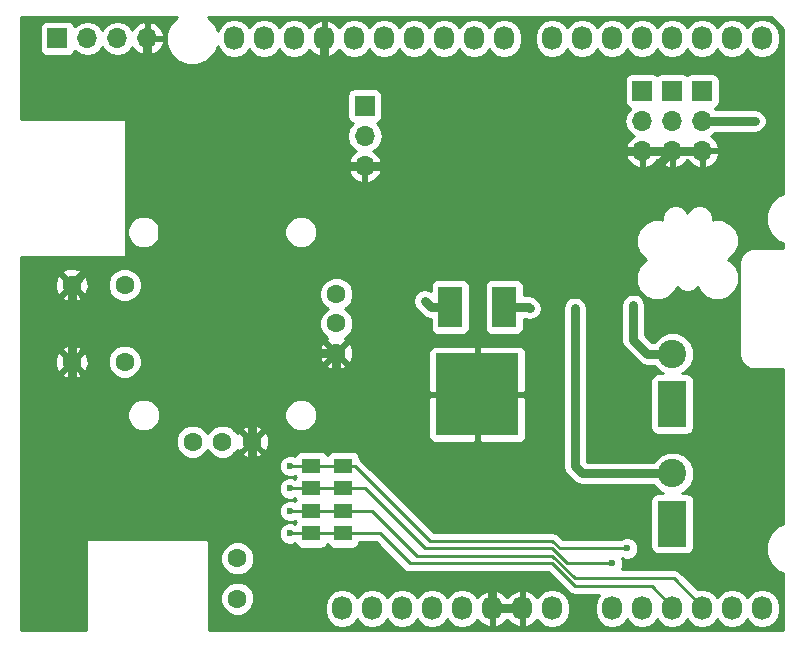
<source format=gbl>
G04 #@! TF.FileFunction,Copper,L2,Bot,Signal*
%FSLAX46Y46*%
G04 Gerber Fmt 4.6, Leading zero omitted, Abs format (unit mm)*
G04 Created by KiCad (PCBNEW 4.0.7-e2-6376~58~ubuntu16.04.1) date Tue Sep 19 14:58:34 2017*
%MOMM*%
%LPD*%
G01*
G04 APERTURE LIST*
%ADD10C,0.100000*%
%ADD11R,1.700000X1.700000*%
%ADD12O,1.700000X1.700000*%
%ADD13O,1.727200X2.032000*%
%ADD14R,2.000000X3.500000*%
%ADD15R,7.000000X7.000000*%
%ADD16R,0.600000X0.152400*%
%ADD17R,1.500000X1.300000*%
%ADD18C,1.600000*%
%ADD19C,2.400000*%
%ADD20R,2.400000X2.400000*%
%ADD21C,0.600000*%
%ADD22C,0.750000*%
%ADD23C,0.250000*%
%ADD24C,0.254000*%
G04 APERTURE END LIST*
D10*
D11*
X164338000Y-80010000D03*
D12*
X164338000Y-82550000D03*
X164338000Y-85090000D03*
D13*
X156718000Y-75565000D03*
X159258000Y-75565000D03*
X161798000Y-75565000D03*
X164338000Y-75565000D03*
X166878000Y-75565000D03*
X169418000Y-75565000D03*
X171958000Y-75565000D03*
X174498000Y-75565000D03*
X129794000Y-75565000D03*
X132334000Y-75565000D03*
X134874000Y-75565000D03*
X137414000Y-75565000D03*
X139954000Y-75565000D03*
X142494000Y-75565000D03*
X145034000Y-75565000D03*
X147574000Y-75565000D03*
X150114000Y-75565000D03*
X152654000Y-75565000D03*
X161798000Y-123825000D03*
X164338000Y-123825000D03*
X166878000Y-123825000D03*
X169418000Y-123825000D03*
X171958000Y-123825000D03*
X174498000Y-123825000D03*
X138938000Y-123825000D03*
X141478000Y-123825000D03*
X144018000Y-123825000D03*
X146558000Y-123825000D03*
X149098000Y-123825000D03*
X151638000Y-123825000D03*
X154178000Y-123825000D03*
X156718000Y-123825000D03*
D11*
X114808000Y-75565000D03*
D12*
X117348000Y-75565000D03*
X119888000Y-75565000D03*
X122428000Y-75565000D03*
D11*
X140843000Y-81280000D03*
D12*
X140843000Y-83820000D03*
X140843000Y-86360000D03*
D11*
X166878000Y-80010000D03*
D12*
X166878000Y-82550000D03*
X166878000Y-85090000D03*
D11*
X169418000Y-80010000D03*
D12*
X169418000Y-82550000D03*
X169418000Y-85090000D03*
D14*
X148068000Y-98295000D03*
X152648000Y-98295000D03*
D15*
X150368000Y-105695000D03*
D16*
X137968000Y-113665000D03*
D17*
X139018000Y-113665000D03*
X136318000Y-113665000D03*
D16*
X137368000Y-113665000D03*
X137968000Y-115570000D03*
D17*
X139018000Y-115570000D03*
X136318000Y-115570000D03*
D16*
X137368000Y-115570000D03*
X137968000Y-117475000D03*
D17*
X139018000Y-117475000D03*
X136318000Y-117475000D03*
D16*
X137368000Y-117475000D03*
X137968000Y-111760000D03*
D17*
X139018000Y-111760000D03*
X136318000Y-111760000D03*
D16*
X137368000Y-111760000D03*
D18*
X130048000Y-119583200D03*
X130048000Y-122986800D03*
D19*
X166878000Y-112395000D03*
D20*
X166878000Y-117395000D03*
X166878000Y-115895000D03*
D19*
X166878000Y-102275000D03*
D20*
X166878000Y-107275000D03*
X166878000Y-105775000D03*
D18*
X116028000Y-102945000D03*
X116028000Y-96445000D03*
X120528000Y-96445000D03*
X120528000Y-102945000D03*
X138428000Y-102195000D03*
X138428000Y-99695000D03*
X138428000Y-97195000D03*
X131278000Y-109695000D03*
X128778000Y-109695000D03*
X126278000Y-109695000D03*
D21*
X165608000Y-88264976D03*
X159258000Y-95250000D03*
X151638000Y-95250000D03*
X156718000Y-91440000D03*
X151638000Y-85090000D03*
X146558000Y-84455000D03*
X150368000Y-105695000D03*
X121793000Y-81915000D03*
X145923000Y-103505000D03*
X116078000Y-124460000D03*
X142113000Y-120015000D03*
X145923000Y-97790000D03*
X161798000Y-120015000D03*
X134493000Y-113665000D03*
X163068000Y-118745000D03*
X134493000Y-111760000D03*
X134493000Y-117475000D03*
X134493000Y-115570000D03*
X173863018Y-82550000D03*
X154813000Y-98425000D03*
X158623000Y-98425000D03*
X163576000Y-98171000D03*
D22*
X165608000Y-87840712D02*
X165608000Y-88264976D01*
X165608000Y-86360000D02*
X165608000Y-87840712D01*
X166878000Y-85090000D02*
X165608000Y-86360000D01*
X156718000Y-85090000D02*
X159258000Y-85090000D01*
X159258000Y-85090000D02*
X161798000Y-85090000D01*
X159258000Y-95250000D02*
X159258000Y-85090000D01*
X161798000Y-85090000D02*
X164338000Y-85090000D01*
X151638000Y-95250000D02*
X151638000Y-85090000D01*
X151638000Y-85090000D02*
X156718000Y-85090000D01*
X156718000Y-91440000D02*
X156718000Y-85090000D01*
X122428000Y-94615000D02*
X117858000Y-94615000D01*
X117858000Y-94615000D02*
X116028000Y-96445000D01*
X123698000Y-93345000D02*
X122428000Y-94615000D01*
X123698000Y-88265000D02*
X123698000Y-93345000D01*
X121793000Y-86360000D02*
X123698000Y-88265000D01*
X121793000Y-81915000D02*
X121793000Y-86360000D01*
X138938000Y-86360000D02*
X137414000Y-84836000D01*
X137414000Y-84836000D02*
X137414000Y-81915000D01*
X140843000Y-86360000D02*
X138938000Y-86360000D01*
X151003000Y-84455000D02*
X146558000Y-84455000D01*
X151638000Y-85090000D02*
X151003000Y-84455000D01*
X144653000Y-86360000D02*
X140843000Y-86360000D01*
X146558000Y-84455000D02*
X144653000Y-86360000D01*
X166878000Y-85090000D02*
X164338000Y-85090000D01*
X169418000Y-85090000D02*
X166878000Y-85090000D01*
X121793000Y-78740000D02*
X121793000Y-81915000D01*
X122428000Y-78105000D02*
X121793000Y-78740000D01*
X122428000Y-75565000D02*
X122428000Y-78105000D01*
X137414000Y-81915000D02*
X137414000Y-75565000D01*
X121793000Y-81915000D02*
X137414000Y-81915000D01*
X138938000Y-104775000D02*
X138428000Y-104265000D01*
X138428000Y-104265000D02*
X138428000Y-102195000D01*
X145288000Y-104775000D02*
X138938000Y-104775000D01*
X145923000Y-104140000D02*
X145288000Y-104775000D01*
X145923000Y-103505000D02*
X145923000Y-104140000D01*
X131278000Y-109945000D02*
X131278000Y-113665000D01*
X131278000Y-113665000D02*
X131278000Y-116165000D01*
X117348000Y-113665000D02*
X131278000Y-113665000D01*
X131278000Y-116165000D02*
X135128000Y-120015000D01*
X135128000Y-120015000D02*
X142113000Y-120015000D01*
X133263000Y-102195000D02*
X131278000Y-104180000D01*
X131278000Y-104180000D02*
X131278000Y-109945000D01*
X138428000Y-102195000D02*
X133263000Y-102195000D01*
X116028000Y-110440000D02*
X117348000Y-111760000D01*
X117348000Y-111760000D02*
X117348000Y-113665000D01*
X116028000Y-102945000D02*
X116028000Y-110440000D01*
X117348000Y-113665000D02*
X116078000Y-114935000D01*
X116078000Y-114935000D02*
X116078000Y-124460000D01*
X131278000Y-109945000D02*
X131278000Y-112435000D01*
X116028000Y-102945000D02*
X116028000Y-99695000D01*
X116028000Y-99695000D02*
X116028000Y-96445000D01*
X143383000Y-121285000D02*
X142113000Y-120015000D01*
X150864000Y-121285000D02*
X143383000Y-121285000D01*
X151638000Y-123825000D02*
X151638000Y-122059000D01*
X151638000Y-122059000D02*
X150864000Y-121285000D01*
X154178000Y-123825000D02*
X151638000Y-123825000D01*
X148068000Y-98295000D02*
X146428000Y-98295000D01*
X146428000Y-98295000D02*
X145923000Y-97790000D01*
D23*
X139018000Y-113665000D02*
X140843000Y-113665000D01*
X140843000Y-113665000D02*
X145923000Y-118745000D01*
X145923000Y-118745000D02*
X156716590Y-118745000D01*
X156716590Y-118745000D02*
X157986590Y-120015000D01*
X157986590Y-120015000D02*
X161798000Y-120015000D01*
X136318000Y-113665000D02*
X134493000Y-113665000D01*
X137968000Y-113665000D02*
X139018000Y-113665000D01*
X137368000Y-113665000D02*
X137968000Y-113665000D01*
X136318000Y-113665000D02*
X137368000Y-113665000D01*
X139018000Y-111760000D02*
X140018000Y-111760000D01*
X146368000Y-118110000D02*
X156718000Y-118110000D01*
X156718000Y-118110000D02*
X157353000Y-118745000D01*
X140018000Y-111760000D02*
X146368000Y-118110000D01*
X157353000Y-118745000D02*
X163068000Y-118745000D01*
X136318000Y-111760000D02*
X134493000Y-111760000D01*
X137368000Y-111760000D02*
X136318000Y-111760000D01*
X137968000Y-111760000D02*
X137368000Y-111760000D01*
X139018000Y-111760000D02*
X137968000Y-111760000D01*
X164338000Y-123825000D02*
X164338000Y-123672600D01*
X166878000Y-123672600D02*
X166878000Y-123825000D01*
X139018000Y-117475000D02*
X142113000Y-117475000D01*
X156713770Y-120015000D02*
X158618770Y-121920000D01*
X142113000Y-117475000D02*
X144653000Y-120015000D01*
X144653000Y-120015000D02*
X156713770Y-120015000D01*
X158618770Y-121920000D02*
X165125400Y-121920000D01*
X165125400Y-121920000D02*
X166878000Y-123672600D01*
X136318000Y-117475000D02*
X134493000Y-117475000D01*
X137968000Y-117475000D02*
X139018000Y-117475000D01*
X137368000Y-117475000D02*
X137968000Y-117475000D01*
X136318000Y-117475000D02*
X137368000Y-117475000D01*
X139018000Y-115570000D02*
X141478000Y-115570000D01*
X141478000Y-115570000D02*
X145288000Y-119380000D01*
X145288000Y-119380000D02*
X156715180Y-119380000D01*
X156715180Y-119380000D02*
X158620180Y-121285000D01*
X158620180Y-121285000D02*
X167030400Y-121285000D01*
X167030400Y-121285000D02*
X169418000Y-123672600D01*
X169418000Y-123672600D02*
X169418000Y-123825000D01*
X136318000Y-115570000D02*
X134493000Y-115570000D01*
X137368000Y-115570000D02*
X136318000Y-115570000D01*
X137968000Y-115570000D02*
X137368000Y-115570000D01*
X139018000Y-115570000D02*
X137968000Y-115570000D01*
D22*
X169418000Y-82550000D02*
X173863018Y-82550000D01*
X152648000Y-98295000D02*
X154683000Y-98295000D01*
X154683000Y-98295000D02*
X154813000Y-98425000D01*
X158623000Y-98425000D02*
X158623000Y-111760000D01*
X158623000Y-111760000D02*
X159258000Y-112395000D01*
X159258000Y-112395000D02*
X166878000Y-112395000D01*
X163576000Y-101092000D02*
X164759000Y-102275000D01*
X164759000Y-102275000D02*
X166878000Y-102275000D01*
X163576000Y-98171000D02*
X163576000Y-101092000D01*
D24*
G36*
X124354955Y-74304411D02*
X124015887Y-75120978D01*
X124015115Y-76005143D01*
X124352758Y-76822300D01*
X124977411Y-77448045D01*
X125793978Y-77787113D01*
X126678143Y-77787885D01*
X127495300Y-77450242D01*
X128121045Y-76825589D01*
X128383617Y-76193244D01*
X128409474Y-76323234D01*
X128734330Y-76809415D01*
X129220511Y-77134271D01*
X129794000Y-77248345D01*
X130367489Y-77134271D01*
X130853670Y-76809415D01*
X131064000Y-76494634D01*
X131274330Y-76809415D01*
X131760511Y-77134271D01*
X132334000Y-77248345D01*
X132907489Y-77134271D01*
X133393670Y-76809415D01*
X133604000Y-76494634D01*
X133814330Y-76809415D01*
X134300511Y-77134271D01*
X134874000Y-77248345D01*
X135447489Y-77134271D01*
X135933670Y-76809415D01*
X136140461Y-76499931D01*
X136511964Y-76915732D01*
X137039209Y-77169709D01*
X137054974Y-77172358D01*
X137287000Y-77051217D01*
X137287000Y-75692000D01*
X137267000Y-75692000D01*
X137267000Y-75438000D01*
X137287000Y-75438000D01*
X137287000Y-74078783D01*
X137541000Y-74078783D01*
X137541000Y-75438000D01*
X137561000Y-75438000D01*
X137561000Y-75692000D01*
X137541000Y-75692000D01*
X137541000Y-77051217D01*
X137773026Y-77172358D01*
X137788791Y-77169709D01*
X138316036Y-76915732D01*
X138687539Y-76499931D01*
X138894330Y-76809415D01*
X139380511Y-77134271D01*
X139954000Y-77248345D01*
X140527489Y-77134271D01*
X141013670Y-76809415D01*
X141224000Y-76494634D01*
X141434330Y-76809415D01*
X141920511Y-77134271D01*
X142494000Y-77248345D01*
X143067489Y-77134271D01*
X143553670Y-76809415D01*
X143764000Y-76494634D01*
X143974330Y-76809415D01*
X144460511Y-77134271D01*
X145034000Y-77248345D01*
X145607489Y-77134271D01*
X146093670Y-76809415D01*
X146304000Y-76494634D01*
X146514330Y-76809415D01*
X147000511Y-77134271D01*
X147574000Y-77248345D01*
X148147489Y-77134271D01*
X148633670Y-76809415D01*
X148844000Y-76494634D01*
X149054330Y-76809415D01*
X149540511Y-77134271D01*
X150114000Y-77248345D01*
X150687489Y-77134271D01*
X151173670Y-76809415D01*
X151384000Y-76494634D01*
X151594330Y-76809415D01*
X152080511Y-77134271D01*
X152654000Y-77248345D01*
X153227489Y-77134271D01*
X153713670Y-76809415D01*
X154038526Y-76323234D01*
X154152600Y-75749745D01*
X154152600Y-75380255D01*
X155219400Y-75380255D01*
X155219400Y-75749745D01*
X155333474Y-76323234D01*
X155658330Y-76809415D01*
X156144511Y-77134271D01*
X156718000Y-77248345D01*
X157291489Y-77134271D01*
X157777670Y-76809415D01*
X157988000Y-76494634D01*
X158198330Y-76809415D01*
X158684511Y-77134271D01*
X159258000Y-77248345D01*
X159831489Y-77134271D01*
X160317670Y-76809415D01*
X160528000Y-76494634D01*
X160738330Y-76809415D01*
X161224511Y-77134271D01*
X161798000Y-77248345D01*
X162371489Y-77134271D01*
X162857670Y-76809415D01*
X163068000Y-76494634D01*
X163278330Y-76809415D01*
X163764511Y-77134271D01*
X164338000Y-77248345D01*
X164911489Y-77134271D01*
X165397670Y-76809415D01*
X165608000Y-76494634D01*
X165818330Y-76809415D01*
X166304511Y-77134271D01*
X166878000Y-77248345D01*
X167451489Y-77134271D01*
X167937670Y-76809415D01*
X168148000Y-76494634D01*
X168358330Y-76809415D01*
X168844511Y-77134271D01*
X169418000Y-77248345D01*
X169991489Y-77134271D01*
X170477670Y-76809415D01*
X170688000Y-76494634D01*
X170898330Y-76809415D01*
X171384511Y-77134271D01*
X171958000Y-77248345D01*
X172531489Y-77134271D01*
X173017670Y-76809415D01*
X173228000Y-76494634D01*
X173438330Y-76809415D01*
X173924511Y-77134271D01*
X174498000Y-77248345D01*
X175071489Y-77134271D01*
X175557670Y-76809415D01*
X175882526Y-76323234D01*
X175996600Y-75749745D01*
X175996600Y-75380255D01*
X175882526Y-74806766D01*
X175557670Y-74320585D01*
X175071489Y-73995729D01*
X174498000Y-73881655D01*
X173924511Y-73995729D01*
X173438330Y-74320585D01*
X173228000Y-74635366D01*
X173017670Y-74320585D01*
X172531489Y-73995729D01*
X171958000Y-73881655D01*
X171384511Y-73995729D01*
X170898330Y-74320585D01*
X170688000Y-74635366D01*
X170477670Y-74320585D01*
X169991489Y-73995729D01*
X169418000Y-73881655D01*
X168844511Y-73995729D01*
X168358330Y-74320585D01*
X168148000Y-74635366D01*
X167937670Y-74320585D01*
X167451489Y-73995729D01*
X166878000Y-73881655D01*
X166304511Y-73995729D01*
X165818330Y-74320585D01*
X165608000Y-74635366D01*
X165397670Y-74320585D01*
X164911489Y-73995729D01*
X164338000Y-73881655D01*
X163764511Y-73995729D01*
X163278330Y-74320585D01*
X163068000Y-74635366D01*
X162857670Y-74320585D01*
X162371489Y-73995729D01*
X161798000Y-73881655D01*
X161224511Y-73995729D01*
X160738330Y-74320585D01*
X160528000Y-74635366D01*
X160317670Y-74320585D01*
X159831489Y-73995729D01*
X159258000Y-73881655D01*
X158684511Y-73995729D01*
X158198330Y-74320585D01*
X157988000Y-74635366D01*
X157777670Y-74320585D01*
X157291489Y-73995729D01*
X156718000Y-73881655D01*
X156144511Y-73995729D01*
X155658330Y-74320585D01*
X155333474Y-74806766D01*
X155219400Y-75380255D01*
X154152600Y-75380255D01*
X154038526Y-74806766D01*
X153713670Y-74320585D01*
X153227489Y-73995729D01*
X152654000Y-73881655D01*
X152080511Y-73995729D01*
X151594330Y-74320585D01*
X151384000Y-74635366D01*
X151173670Y-74320585D01*
X150687489Y-73995729D01*
X150114000Y-73881655D01*
X149540511Y-73995729D01*
X149054330Y-74320585D01*
X148844000Y-74635366D01*
X148633670Y-74320585D01*
X148147489Y-73995729D01*
X147574000Y-73881655D01*
X147000511Y-73995729D01*
X146514330Y-74320585D01*
X146304000Y-74635366D01*
X146093670Y-74320585D01*
X145607489Y-73995729D01*
X145034000Y-73881655D01*
X144460511Y-73995729D01*
X143974330Y-74320585D01*
X143764000Y-74635366D01*
X143553670Y-74320585D01*
X143067489Y-73995729D01*
X142494000Y-73881655D01*
X141920511Y-73995729D01*
X141434330Y-74320585D01*
X141224000Y-74635366D01*
X141013670Y-74320585D01*
X140527489Y-73995729D01*
X139954000Y-73881655D01*
X139380511Y-73995729D01*
X138894330Y-74320585D01*
X138687539Y-74630069D01*
X138316036Y-74214268D01*
X137788791Y-73960291D01*
X137773026Y-73957642D01*
X137541000Y-74078783D01*
X137287000Y-74078783D01*
X137054974Y-73957642D01*
X137039209Y-73960291D01*
X136511964Y-74214268D01*
X136140461Y-74630069D01*
X135933670Y-74320585D01*
X135447489Y-73995729D01*
X134874000Y-73881655D01*
X134300511Y-73995729D01*
X133814330Y-74320585D01*
X133604000Y-74635366D01*
X133393670Y-74320585D01*
X132907489Y-73995729D01*
X132334000Y-73881655D01*
X131760511Y-73995729D01*
X131274330Y-74320585D01*
X131064000Y-74635366D01*
X130853670Y-74320585D01*
X130367489Y-73995729D01*
X129794000Y-73881655D01*
X129220511Y-73995729D01*
X128734330Y-74320585D01*
X128409474Y-74806766D01*
X128383470Y-74937498D01*
X128123242Y-74307700D01*
X127551541Y-73735000D01*
X175219908Y-73735000D01*
X176276000Y-74791091D01*
X176276000Y-88715104D01*
X175780700Y-88919758D01*
X175154955Y-89544411D01*
X174815887Y-90360978D01*
X174815115Y-91245143D01*
X175152758Y-92062300D01*
X175777411Y-92688045D01*
X176276000Y-92895077D01*
X176276000Y-93270000D01*
X173863000Y-93270000D01*
X173794416Y-93283642D01*
X173481483Y-93331978D01*
X173342234Y-93389657D01*
X173225541Y-93437993D01*
X173019532Y-93575644D01*
X172823644Y-93771532D01*
X172685993Y-93977541D01*
X172685992Y-93977542D01*
X172579978Y-94233483D01*
X172531642Y-94476487D01*
X172531642Y-94546416D01*
X172518000Y-94615000D01*
X172518000Y-102235000D01*
X172531642Y-102303584D01*
X172531642Y-102373513D01*
X172579978Y-102616517D01*
X172685992Y-102872458D01*
X172685993Y-102872459D01*
X172823644Y-103078468D01*
X173019532Y-103274356D01*
X173225541Y-103412007D01*
X173225543Y-103412008D01*
X173481483Y-103518022D01*
X173724488Y-103566358D01*
X173794416Y-103566358D01*
X173863000Y-103580000D01*
X176276000Y-103580000D01*
X176276000Y-116655104D01*
X175780700Y-116859758D01*
X175154955Y-117484411D01*
X174815887Y-118300978D01*
X174815115Y-119185143D01*
X175152758Y-120002300D01*
X175777411Y-120628045D01*
X176276000Y-120835077D01*
X176276000Y-125655000D01*
X127635000Y-125655000D01*
X127635000Y-123270987D01*
X128612752Y-123270987D01*
X128830757Y-123798600D01*
X129234077Y-124202624D01*
X129761309Y-124421550D01*
X130332187Y-124422048D01*
X130859800Y-124204043D01*
X131263824Y-123800723D01*
X131330456Y-123640255D01*
X137439400Y-123640255D01*
X137439400Y-124009745D01*
X137553474Y-124583234D01*
X137878330Y-125069415D01*
X138364511Y-125394271D01*
X138938000Y-125508345D01*
X139511489Y-125394271D01*
X139997670Y-125069415D01*
X140208000Y-124754634D01*
X140418330Y-125069415D01*
X140904511Y-125394271D01*
X141478000Y-125508345D01*
X142051489Y-125394271D01*
X142537670Y-125069415D01*
X142748000Y-124754634D01*
X142958330Y-125069415D01*
X143444511Y-125394271D01*
X144018000Y-125508345D01*
X144591489Y-125394271D01*
X145077670Y-125069415D01*
X145288000Y-124754634D01*
X145498330Y-125069415D01*
X145984511Y-125394271D01*
X146558000Y-125508345D01*
X147131489Y-125394271D01*
X147617670Y-125069415D01*
X147828000Y-124754634D01*
X148038330Y-125069415D01*
X148524511Y-125394271D01*
X149098000Y-125508345D01*
X149671489Y-125394271D01*
X150157670Y-125069415D01*
X150364461Y-124759931D01*
X150735964Y-125175732D01*
X151263209Y-125429709D01*
X151278974Y-125432358D01*
X151511000Y-125311217D01*
X151511000Y-123952000D01*
X151765000Y-123952000D01*
X151765000Y-125311217D01*
X151997026Y-125432358D01*
X152012791Y-125429709D01*
X152540036Y-125175732D01*
X152908000Y-124763892D01*
X153275964Y-125175732D01*
X153803209Y-125429709D01*
X153818974Y-125432358D01*
X154051000Y-125311217D01*
X154051000Y-123952000D01*
X151765000Y-123952000D01*
X151511000Y-123952000D01*
X151491000Y-123952000D01*
X151491000Y-123698000D01*
X151511000Y-123698000D01*
X151511000Y-122338783D01*
X151765000Y-122338783D01*
X151765000Y-123698000D01*
X154051000Y-123698000D01*
X154051000Y-122338783D01*
X154305000Y-122338783D01*
X154305000Y-123698000D01*
X154325000Y-123698000D01*
X154325000Y-123952000D01*
X154305000Y-123952000D01*
X154305000Y-125311217D01*
X154537026Y-125432358D01*
X154552791Y-125429709D01*
X155080036Y-125175732D01*
X155451539Y-124759931D01*
X155658330Y-125069415D01*
X156144511Y-125394271D01*
X156718000Y-125508345D01*
X157291489Y-125394271D01*
X157777670Y-125069415D01*
X158102526Y-124583234D01*
X158216600Y-124009745D01*
X158216600Y-123640255D01*
X158102526Y-123066766D01*
X157777670Y-122580585D01*
X157291489Y-122255729D01*
X156718000Y-122141655D01*
X156144511Y-122255729D01*
X155658330Y-122580585D01*
X155451539Y-122890069D01*
X155080036Y-122474268D01*
X154552791Y-122220291D01*
X154537026Y-122217642D01*
X154305000Y-122338783D01*
X154051000Y-122338783D01*
X153818974Y-122217642D01*
X153803209Y-122220291D01*
X153275964Y-122474268D01*
X152908000Y-122886108D01*
X152540036Y-122474268D01*
X152012791Y-122220291D01*
X151997026Y-122217642D01*
X151765000Y-122338783D01*
X151511000Y-122338783D01*
X151278974Y-122217642D01*
X151263209Y-122220291D01*
X150735964Y-122474268D01*
X150364461Y-122890069D01*
X150157670Y-122580585D01*
X149671489Y-122255729D01*
X149098000Y-122141655D01*
X148524511Y-122255729D01*
X148038330Y-122580585D01*
X147828000Y-122895366D01*
X147617670Y-122580585D01*
X147131489Y-122255729D01*
X146558000Y-122141655D01*
X145984511Y-122255729D01*
X145498330Y-122580585D01*
X145288000Y-122895366D01*
X145077670Y-122580585D01*
X144591489Y-122255729D01*
X144018000Y-122141655D01*
X143444511Y-122255729D01*
X142958330Y-122580585D01*
X142748000Y-122895366D01*
X142537670Y-122580585D01*
X142051489Y-122255729D01*
X141478000Y-122141655D01*
X140904511Y-122255729D01*
X140418330Y-122580585D01*
X140208000Y-122895366D01*
X139997670Y-122580585D01*
X139511489Y-122255729D01*
X138938000Y-122141655D01*
X138364511Y-122255729D01*
X137878330Y-122580585D01*
X137553474Y-123066766D01*
X137439400Y-123640255D01*
X131330456Y-123640255D01*
X131482750Y-123273491D01*
X131483248Y-122702613D01*
X131265243Y-122175000D01*
X130861923Y-121770976D01*
X130334691Y-121552050D01*
X129763813Y-121551552D01*
X129236200Y-121769557D01*
X128832176Y-122172877D01*
X128613250Y-122700109D01*
X128612752Y-123270987D01*
X127635000Y-123270987D01*
X127635000Y-119867387D01*
X128612752Y-119867387D01*
X128830757Y-120395000D01*
X129234077Y-120799024D01*
X129761309Y-121017950D01*
X130332187Y-121018448D01*
X130859800Y-120800443D01*
X131263824Y-120397123D01*
X131482750Y-119869891D01*
X131483248Y-119299013D01*
X131265243Y-118771400D01*
X130861923Y-118367376D01*
X130334691Y-118148450D01*
X129763813Y-118147952D01*
X129236200Y-118365957D01*
X128832176Y-118769277D01*
X128613250Y-119296509D01*
X128612752Y-119867387D01*
X127635000Y-119867387D01*
X127635000Y-118110000D01*
X127626315Y-118063841D01*
X127599035Y-118021447D01*
X127557410Y-117993006D01*
X127508000Y-117983000D01*
X117348000Y-117983000D01*
X117301841Y-117991685D01*
X117259447Y-118018965D01*
X117231006Y-118060590D01*
X117221000Y-118110000D01*
X117221000Y-125655000D01*
X111708000Y-125655000D01*
X111708000Y-111945167D01*
X133557838Y-111945167D01*
X133699883Y-112288943D01*
X133962673Y-112552192D01*
X134306201Y-112694838D01*
X134678167Y-112695162D01*
X134952860Y-112581661D01*
X134964838Y-112645317D01*
X135007138Y-112711053D01*
X134971569Y-112763110D01*
X134955092Y-112844474D01*
X134679799Y-112730162D01*
X134307833Y-112729838D01*
X133964057Y-112871883D01*
X133700808Y-113134673D01*
X133558162Y-113478201D01*
X133557838Y-113850167D01*
X133699883Y-114193943D01*
X133962673Y-114457192D01*
X134306201Y-114599838D01*
X134678167Y-114600162D01*
X134952860Y-114486661D01*
X134964838Y-114550317D01*
X135007138Y-114616053D01*
X134971569Y-114668110D01*
X134955092Y-114749474D01*
X134679799Y-114635162D01*
X134307833Y-114634838D01*
X133964057Y-114776883D01*
X133700808Y-115039673D01*
X133558162Y-115383201D01*
X133557838Y-115755167D01*
X133699883Y-116098943D01*
X133962673Y-116362192D01*
X134306201Y-116504838D01*
X134678167Y-116505162D01*
X134952860Y-116391661D01*
X134964838Y-116455317D01*
X135007138Y-116521053D01*
X134971569Y-116573110D01*
X134955092Y-116654474D01*
X134679799Y-116540162D01*
X134307833Y-116539838D01*
X133964057Y-116681883D01*
X133700808Y-116944673D01*
X133558162Y-117288201D01*
X133557838Y-117660167D01*
X133699883Y-118003943D01*
X133962673Y-118267192D01*
X134306201Y-118409838D01*
X134678167Y-118410162D01*
X134952860Y-118296661D01*
X134964838Y-118360317D01*
X135103910Y-118576441D01*
X135316110Y-118721431D01*
X135568000Y-118772440D01*
X137068000Y-118772440D01*
X137303317Y-118728162D01*
X137519441Y-118589090D01*
X137664431Y-118376890D01*
X137667081Y-118363803D01*
X137803910Y-118576441D01*
X138016110Y-118721431D01*
X138268000Y-118772440D01*
X139768000Y-118772440D01*
X140003317Y-118728162D01*
X140219441Y-118589090D01*
X140364431Y-118376890D01*
X140393164Y-118235000D01*
X141798198Y-118235000D01*
X144115599Y-120552401D01*
X144362160Y-120717148D01*
X144410414Y-120726746D01*
X144653000Y-120775000D01*
X156398968Y-120775000D01*
X158081369Y-122457401D01*
X158327931Y-122622148D01*
X158618770Y-122680000D01*
X160671903Y-122680000D01*
X160413474Y-123066766D01*
X160299400Y-123640255D01*
X160299400Y-124009745D01*
X160413474Y-124583234D01*
X160738330Y-125069415D01*
X161224511Y-125394271D01*
X161798000Y-125508345D01*
X162371489Y-125394271D01*
X162857670Y-125069415D01*
X163068000Y-124754634D01*
X163278330Y-125069415D01*
X163764511Y-125394271D01*
X164338000Y-125508345D01*
X164911489Y-125394271D01*
X165397670Y-125069415D01*
X165608000Y-124754634D01*
X165818330Y-125069415D01*
X166304511Y-125394271D01*
X166878000Y-125508345D01*
X167451489Y-125394271D01*
X167937670Y-125069415D01*
X168148000Y-124754634D01*
X168358330Y-125069415D01*
X168844511Y-125394271D01*
X169418000Y-125508345D01*
X169991489Y-125394271D01*
X170477670Y-125069415D01*
X170688000Y-124754634D01*
X170898330Y-125069415D01*
X171384511Y-125394271D01*
X171958000Y-125508345D01*
X172531489Y-125394271D01*
X173017670Y-125069415D01*
X173228000Y-124754634D01*
X173438330Y-125069415D01*
X173924511Y-125394271D01*
X174498000Y-125508345D01*
X175071489Y-125394271D01*
X175557670Y-125069415D01*
X175882526Y-124583234D01*
X175996600Y-124009745D01*
X175996600Y-123640255D01*
X175882526Y-123066766D01*
X175557670Y-122580585D01*
X175071489Y-122255729D01*
X174498000Y-122141655D01*
X173924511Y-122255729D01*
X173438330Y-122580585D01*
X173228000Y-122895366D01*
X173017670Y-122580585D01*
X172531489Y-122255729D01*
X171958000Y-122141655D01*
X171384511Y-122255729D01*
X170898330Y-122580585D01*
X170688000Y-122895366D01*
X170477670Y-122580585D01*
X169991489Y-122255729D01*
X169418000Y-122141655D01*
X169037536Y-122217334D01*
X167567801Y-120747599D01*
X167321239Y-120582852D01*
X167030400Y-120525000D01*
X162598633Y-120525000D01*
X162732838Y-120201799D01*
X162733162Y-119829833D01*
X162627690Y-119574570D01*
X162881201Y-119679838D01*
X163253167Y-119680162D01*
X163596943Y-119538117D01*
X163860192Y-119275327D01*
X164002838Y-118931799D01*
X164003162Y-118559833D01*
X163861117Y-118216057D01*
X163598327Y-117952808D01*
X163254799Y-117810162D01*
X162882833Y-117809838D01*
X162539057Y-117951883D01*
X162505882Y-117985000D01*
X157667802Y-117985000D01*
X157255401Y-117572599D01*
X157008839Y-117407852D01*
X156718000Y-117350000D01*
X146682802Y-117350000D01*
X140555401Y-111222599D01*
X140415440Y-111129080D01*
X140415440Y-111110000D01*
X140371162Y-110874683D01*
X140232090Y-110658559D01*
X140019890Y-110513569D01*
X139768000Y-110462560D01*
X138268000Y-110462560D01*
X138032683Y-110506838D01*
X137816559Y-110645910D01*
X137671569Y-110858110D01*
X137668919Y-110871197D01*
X137532090Y-110658559D01*
X137319890Y-110513569D01*
X137068000Y-110462560D01*
X135568000Y-110462560D01*
X135332683Y-110506838D01*
X135116559Y-110645910D01*
X134971569Y-110858110D01*
X134955092Y-110939474D01*
X134679799Y-110825162D01*
X134307833Y-110824838D01*
X133964057Y-110966883D01*
X133700808Y-111229673D01*
X133558162Y-111573201D01*
X133557838Y-111945167D01*
X111708000Y-111945167D01*
X111708000Y-109979187D01*
X124842752Y-109979187D01*
X125060757Y-110506800D01*
X125464077Y-110910824D01*
X125991309Y-111129750D01*
X126562187Y-111130248D01*
X127089800Y-110912243D01*
X127493824Y-110508923D01*
X127527813Y-110427069D01*
X127560757Y-110506800D01*
X127964077Y-110910824D01*
X128491309Y-111129750D01*
X129062187Y-111130248D01*
X129589800Y-110912243D01*
X129799663Y-110702745D01*
X130449861Y-110702745D01*
X130523995Y-110948864D01*
X131061223Y-111141965D01*
X131631454Y-111114778D01*
X132032005Y-110948864D01*
X132106139Y-110702745D01*
X131278000Y-109874605D01*
X130449861Y-110702745D01*
X129799663Y-110702745D01*
X129993824Y-110508923D01*
X130021423Y-110442456D01*
X130024136Y-110449005D01*
X130270255Y-110523139D01*
X131098395Y-109695000D01*
X131457605Y-109695000D01*
X132285745Y-110523139D01*
X132531864Y-110449005D01*
X132724965Y-109911777D01*
X132697778Y-109341546D01*
X132531864Y-108940995D01*
X132285745Y-108866861D01*
X131457605Y-109695000D01*
X131098395Y-109695000D01*
X130270255Y-108866861D01*
X130024136Y-108940995D01*
X130021804Y-108947483D01*
X129995243Y-108883200D01*
X129799640Y-108687255D01*
X130449861Y-108687255D01*
X131278000Y-109515395D01*
X132106139Y-108687255D01*
X132032005Y-108441136D01*
X131494777Y-108248035D01*
X130924546Y-108275222D01*
X130523995Y-108441136D01*
X130449861Y-108687255D01*
X129799640Y-108687255D01*
X129591923Y-108479176D01*
X129064691Y-108260250D01*
X128493813Y-108259752D01*
X127966200Y-108477757D01*
X127562176Y-108881077D01*
X127528187Y-108962931D01*
X127495243Y-108883200D01*
X127091923Y-108479176D01*
X126564691Y-108260250D01*
X125993813Y-108259752D01*
X125466200Y-108477757D01*
X125062176Y-108881077D01*
X124843250Y-109408309D01*
X124842752Y-109979187D01*
X111708000Y-109979187D01*
X111708000Y-107719285D01*
X120742760Y-107719285D01*
X120953169Y-108228515D01*
X121342436Y-108618461D01*
X121851298Y-108829759D01*
X122402285Y-108830240D01*
X122911515Y-108619831D01*
X123301461Y-108230564D01*
X123512759Y-107721702D01*
X123512761Y-107719285D01*
X134042760Y-107719285D01*
X134253169Y-108228515D01*
X134642436Y-108618461D01*
X135151298Y-108829759D01*
X135702285Y-108830240D01*
X136211515Y-108619831D01*
X136601461Y-108230564D01*
X136812759Y-107721702D01*
X136813240Y-107170715D01*
X136602831Y-106661485D01*
X136213564Y-106271539D01*
X135704702Y-106060241D01*
X135153715Y-106059760D01*
X134644485Y-106270169D01*
X134254539Y-106659436D01*
X134043241Y-107168298D01*
X134042760Y-107719285D01*
X123512761Y-107719285D01*
X123513240Y-107170715D01*
X123302831Y-106661485D01*
X122913564Y-106271539D01*
X122404702Y-106060241D01*
X121853715Y-106059760D01*
X121344485Y-106270169D01*
X120954539Y-106659436D01*
X120743241Y-107168298D01*
X120742760Y-107719285D01*
X111708000Y-107719285D01*
X111708000Y-105980750D01*
X146233000Y-105980750D01*
X146233000Y-109321310D01*
X146329673Y-109554699D01*
X146508302Y-109733327D01*
X146741691Y-109830000D01*
X150082250Y-109830000D01*
X150241000Y-109671250D01*
X150241000Y-105822000D01*
X150495000Y-105822000D01*
X150495000Y-109671250D01*
X150653750Y-109830000D01*
X153994309Y-109830000D01*
X154227698Y-109733327D01*
X154406327Y-109554699D01*
X154503000Y-109321310D01*
X154503000Y-105980750D01*
X154344250Y-105822000D01*
X150495000Y-105822000D01*
X150241000Y-105822000D01*
X146391750Y-105822000D01*
X146233000Y-105980750D01*
X111708000Y-105980750D01*
X111708000Y-103952745D01*
X115199861Y-103952745D01*
X115273995Y-104198864D01*
X115811223Y-104391965D01*
X116381454Y-104364778D01*
X116782005Y-104198864D01*
X116856139Y-103952745D01*
X116028000Y-103124605D01*
X115199861Y-103952745D01*
X111708000Y-103952745D01*
X111708000Y-102728223D01*
X114581035Y-102728223D01*
X114608222Y-103298454D01*
X114774136Y-103699005D01*
X115020255Y-103773139D01*
X115848395Y-102945000D01*
X116207605Y-102945000D01*
X117035745Y-103773139D01*
X117281864Y-103699005D01*
X117450735Y-103229187D01*
X119092752Y-103229187D01*
X119310757Y-103756800D01*
X119714077Y-104160824D01*
X120241309Y-104379750D01*
X120812187Y-104380248D01*
X121339800Y-104162243D01*
X121743824Y-103758923D01*
X121962750Y-103231691D01*
X121962775Y-103202745D01*
X137599861Y-103202745D01*
X137673995Y-103448864D01*
X138211223Y-103641965D01*
X138781454Y-103614778D01*
X139182005Y-103448864D01*
X139256139Y-103202745D01*
X138428000Y-102374605D01*
X137599861Y-103202745D01*
X121962775Y-103202745D01*
X121963248Y-102660813D01*
X121745243Y-102133200D01*
X121590537Y-101978223D01*
X136981035Y-101978223D01*
X137008222Y-102548454D01*
X137174136Y-102949005D01*
X137420255Y-103023139D01*
X138248395Y-102195000D01*
X138607605Y-102195000D01*
X139435745Y-103023139D01*
X139681864Y-102949005D01*
X139874965Y-102411777D01*
X139858608Y-102068690D01*
X146233000Y-102068690D01*
X146233000Y-105409250D01*
X146391750Y-105568000D01*
X150241000Y-105568000D01*
X150241000Y-101718750D01*
X150495000Y-101718750D01*
X150495000Y-105568000D01*
X154344250Y-105568000D01*
X154503000Y-105409250D01*
X154503000Y-102068690D01*
X154406327Y-101835301D01*
X154227698Y-101656673D01*
X153994309Y-101560000D01*
X150653750Y-101560000D01*
X150495000Y-101718750D01*
X150241000Y-101718750D01*
X150082250Y-101560000D01*
X146741691Y-101560000D01*
X146508302Y-101656673D01*
X146329673Y-101835301D01*
X146233000Y-102068690D01*
X139858608Y-102068690D01*
X139847778Y-101841546D01*
X139681864Y-101440995D01*
X139435745Y-101366861D01*
X138607605Y-102195000D01*
X138248395Y-102195000D01*
X137420255Y-101366861D01*
X137174136Y-101440995D01*
X136981035Y-101978223D01*
X121590537Y-101978223D01*
X121341923Y-101729176D01*
X120814691Y-101510250D01*
X120243813Y-101509752D01*
X119716200Y-101727757D01*
X119312176Y-102131077D01*
X119093250Y-102658309D01*
X119092752Y-103229187D01*
X117450735Y-103229187D01*
X117474965Y-103161777D01*
X117447778Y-102591546D01*
X117281864Y-102190995D01*
X117035745Y-102116861D01*
X116207605Y-102945000D01*
X115848395Y-102945000D01*
X115020255Y-102116861D01*
X114774136Y-102190995D01*
X114581035Y-102728223D01*
X111708000Y-102728223D01*
X111708000Y-101937255D01*
X115199861Y-101937255D01*
X116028000Y-102765395D01*
X116856139Y-101937255D01*
X116782005Y-101691136D01*
X116244777Y-101498035D01*
X115674546Y-101525222D01*
X115273995Y-101691136D01*
X115199861Y-101937255D01*
X111708000Y-101937255D01*
X111708000Y-97452745D01*
X115199861Y-97452745D01*
X115273995Y-97698864D01*
X115811223Y-97891965D01*
X116381454Y-97864778D01*
X116782005Y-97698864D01*
X116856139Y-97452745D01*
X116028000Y-96624605D01*
X115199861Y-97452745D01*
X111708000Y-97452745D01*
X111708000Y-96228223D01*
X114581035Y-96228223D01*
X114608222Y-96798454D01*
X114774136Y-97199005D01*
X115020255Y-97273139D01*
X115848395Y-96445000D01*
X116207605Y-96445000D01*
X117035745Y-97273139D01*
X117281864Y-97199005D01*
X117450735Y-96729187D01*
X119092752Y-96729187D01*
X119310757Y-97256800D01*
X119714077Y-97660824D01*
X120241309Y-97879750D01*
X120812187Y-97880248D01*
X121339800Y-97662243D01*
X121523175Y-97479187D01*
X136992752Y-97479187D01*
X137210757Y-98006800D01*
X137614077Y-98410824D01*
X137695931Y-98444813D01*
X137616200Y-98477757D01*
X137212176Y-98881077D01*
X136993250Y-99408309D01*
X136992752Y-99979187D01*
X137210757Y-100506800D01*
X137614077Y-100910824D01*
X137680544Y-100938423D01*
X137673995Y-100941136D01*
X137599861Y-101187255D01*
X138428000Y-102015395D01*
X139256139Y-101187255D01*
X139182005Y-100941136D01*
X139175517Y-100938804D01*
X139239800Y-100912243D01*
X139643824Y-100508923D01*
X139862750Y-99981691D01*
X139863248Y-99410813D01*
X139645243Y-98883200D01*
X139241923Y-98479176D01*
X139160069Y-98445187D01*
X139239800Y-98412243D01*
X139643824Y-98008923D01*
X139734728Y-97790000D01*
X144913000Y-97790000D01*
X144989882Y-98176510D01*
X145208822Y-98504178D01*
X145713822Y-99009178D01*
X146041490Y-99228118D01*
X146420560Y-99303520D01*
X146420560Y-100045000D01*
X146464838Y-100280317D01*
X146603910Y-100496441D01*
X146816110Y-100641431D01*
X147068000Y-100692440D01*
X149068000Y-100692440D01*
X149303317Y-100648162D01*
X149519441Y-100509090D01*
X149664431Y-100296890D01*
X149715440Y-100045000D01*
X149715440Y-96545000D01*
X151000560Y-96545000D01*
X151000560Y-100045000D01*
X151044838Y-100280317D01*
X151183910Y-100496441D01*
X151396110Y-100641431D01*
X151648000Y-100692440D01*
X153648000Y-100692440D01*
X153883317Y-100648162D01*
X154099441Y-100509090D01*
X154244431Y-100296890D01*
X154295440Y-100045000D01*
X154295440Y-99305000D01*
X154346993Y-99305000D01*
X154426490Y-99358118D01*
X154813000Y-99435000D01*
X155199510Y-99358118D01*
X155527178Y-99139178D01*
X155746118Y-98811510D01*
X155823000Y-98425000D01*
X157613000Y-98425000D01*
X157613000Y-111760000D01*
X157689882Y-112146510D01*
X157908822Y-112474178D01*
X158543822Y-113109178D01*
X158871490Y-113328118D01*
X159258000Y-113405000D01*
X165309850Y-113405000D01*
X165321455Y-113433086D01*
X165837199Y-113949730D01*
X166072799Y-114047560D01*
X165678000Y-114047560D01*
X165442683Y-114091838D01*
X165226559Y-114230910D01*
X165081569Y-114443110D01*
X165030560Y-114695000D01*
X165030560Y-118595000D01*
X165074838Y-118830317D01*
X165213910Y-119046441D01*
X165426110Y-119191431D01*
X165678000Y-119242440D01*
X168078000Y-119242440D01*
X168313317Y-119198162D01*
X168529441Y-119059090D01*
X168674431Y-118846890D01*
X168725440Y-118595000D01*
X168725440Y-114695000D01*
X168681162Y-114459683D01*
X168542090Y-114243559D01*
X168329890Y-114098569D01*
X168078000Y-114047560D01*
X167683712Y-114047560D01*
X167916086Y-113951545D01*
X168432730Y-113435801D01*
X168712681Y-112761605D01*
X168713318Y-112031597D01*
X168434545Y-111356914D01*
X167918801Y-110840270D01*
X167244605Y-110560319D01*
X166514597Y-110559682D01*
X165839914Y-110838455D01*
X165323270Y-111354199D01*
X165310480Y-111385000D01*
X159676356Y-111385000D01*
X159633000Y-111341644D01*
X159633000Y-98425000D01*
X159582477Y-98171000D01*
X162566000Y-98171000D01*
X162566000Y-101092000D01*
X162642882Y-101478510D01*
X162861822Y-101806178D01*
X164044822Y-102989178D01*
X164372490Y-103208118D01*
X164759000Y-103285000D01*
X165309850Y-103285000D01*
X165321455Y-103313086D01*
X165837199Y-103829730D01*
X166072799Y-103927560D01*
X165678000Y-103927560D01*
X165442683Y-103971838D01*
X165226559Y-104110910D01*
X165081569Y-104323110D01*
X165030560Y-104575000D01*
X165030560Y-108475000D01*
X165074838Y-108710317D01*
X165213910Y-108926441D01*
X165426110Y-109071431D01*
X165678000Y-109122440D01*
X168078000Y-109122440D01*
X168313317Y-109078162D01*
X168529441Y-108939090D01*
X168674431Y-108726890D01*
X168725440Y-108475000D01*
X168725440Y-104575000D01*
X168681162Y-104339683D01*
X168542090Y-104123559D01*
X168329890Y-103978569D01*
X168078000Y-103927560D01*
X167683712Y-103927560D01*
X167916086Y-103831545D01*
X168432730Y-103315801D01*
X168712681Y-102641605D01*
X168713318Y-101911597D01*
X168434545Y-101236914D01*
X167918801Y-100720270D01*
X167244605Y-100440319D01*
X166514597Y-100439682D01*
X165839914Y-100718455D01*
X165323270Y-101234199D01*
X165310480Y-101265000D01*
X165177356Y-101265000D01*
X164586000Y-100673644D01*
X164586000Y-98171000D01*
X164509118Y-97784490D01*
X164290178Y-97456822D01*
X163962510Y-97237882D01*
X163576000Y-97161000D01*
X163189490Y-97237882D01*
X162861822Y-97456822D01*
X162642882Y-97784490D01*
X162566000Y-98171000D01*
X159582477Y-98171000D01*
X159556118Y-98038490D01*
X159337178Y-97710822D01*
X159009510Y-97491882D01*
X158623000Y-97415000D01*
X158236490Y-97491882D01*
X157908822Y-97710822D01*
X157689882Y-98038490D01*
X157613000Y-98425000D01*
X155823000Y-98425000D01*
X155746118Y-98038490D01*
X155527178Y-97710822D01*
X155397178Y-97580822D01*
X155069510Y-97361882D01*
X154683000Y-97285000D01*
X154295440Y-97285000D01*
X154295440Y-96545000D01*
X154251162Y-96309683D01*
X154112090Y-96093559D01*
X153899890Y-95948569D01*
X153648000Y-95897560D01*
X151648000Y-95897560D01*
X151412683Y-95941838D01*
X151196559Y-96080910D01*
X151051569Y-96293110D01*
X151000560Y-96545000D01*
X149715440Y-96545000D01*
X149671162Y-96309683D01*
X149532090Y-96093559D01*
X149319890Y-95948569D01*
X149068000Y-95897560D01*
X147068000Y-95897560D01*
X146832683Y-95941838D01*
X146616559Y-96080910D01*
X146471569Y-96293110D01*
X146420560Y-96545000D01*
X146420560Y-96931083D01*
X146309510Y-96856882D01*
X145923000Y-96780000D01*
X145536490Y-96856882D01*
X145208822Y-97075822D01*
X144989882Y-97403490D01*
X144913000Y-97790000D01*
X139734728Y-97790000D01*
X139862750Y-97481691D01*
X139863248Y-96910813D01*
X139645243Y-96383200D01*
X139241923Y-95979176D01*
X138714691Y-95760250D01*
X138143813Y-95759752D01*
X137616200Y-95977757D01*
X137212176Y-96381077D01*
X136993250Y-96908309D01*
X136992752Y-97479187D01*
X121523175Y-97479187D01*
X121743824Y-97258923D01*
X121962750Y-96731691D01*
X121963248Y-96160813D01*
X121745243Y-95633200D01*
X121341923Y-95229176D01*
X120814691Y-95010250D01*
X120243813Y-95009752D01*
X119716200Y-95227757D01*
X119312176Y-95631077D01*
X119093250Y-96158309D01*
X119092752Y-96729187D01*
X117450735Y-96729187D01*
X117474965Y-96661777D01*
X117447778Y-96091546D01*
X117281864Y-95690995D01*
X117035745Y-95616861D01*
X116207605Y-96445000D01*
X115848395Y-96445000D01*
X115020255Y-95616861D01*
X114774136Y-95690995D01*
X114581035Y-96228223D01*
X111708000Y-96228223D01*
X111708000Y-95437255D01*
X115199861Y-95437255D01*
X116028000Y-96265395D01*
X116856139Y-95437255D01*
X116782005Y-95191136D01*
X116244777Y-94998035D01*
X115674546Y-95025222D01*
X115273995Y-95191136D01*
X115199861Y-95437255D01*
X111708000Y-95437255D01*
X111708000Y-94107000D01*
X120523000Y-94107000D01*
X120572410Y-94096994D01*
X120614035Y-94068553D01*
X120641315Y-94026159D01*
X120650000Y-93980000D01*
X120650000Y-92219285D01*
X120742760Y-92219285D01*
X120953169Y-92728515D01*
X121342436Y-93118461D01*
X121851298Y-93329759D01*
X122402285Y-93330240D01*
X122911515Y-93119831D01*
X123301461Y-92730564D01*
X123512759Y-92221702D01*
X123512761Y-92219285D01*
X134042760Y-92219285D01*
X134253169Y-92728515D01*
X134642436Y-93118461D01*
X135151298Y-93329759D01*
X135702285Y-93330240D01*
X136211515Y-93119831D01*
X136260514Y-93070917D01*
X163785234Y-93070917D01*
X164062101Y-93740986D01*
X164574317Y-94254097D01*
X164678271Y-94297262D01*
X164577014Y-94339101D01*
X164063903Y-94851317D01*
X163785867Y-95520902D01*
X163785234Y-96245917D01*
X164062101Y-96915986D01*
X164574317Y-97429097D01*
X165243902Y-97707133D01*
X165968917Y-97707766D01*
X166638986Y-97430899D01*
X167152097Y-96918683D01*
X167278619Y-96613983D01*
X167506900Y-96842663D01*
X167922183Y-97015103D01*
X168371844Y-97015496D01*
X168787427Y-96843781D01*
X169017407Y-96614203D01*
X169142101Y-96915986D01*
X169654317Y-97429097D01*
X170323902Y-97707133D01*
X171048917Y-97707766D01*
X171718986Y-97430899D01*
X172232097Y-96918683D01*
X172510133Y-96249098D01*
X172510766Y-95524083D01*
X172233899Y-94854014D01*
X171721683Y-94340903D01*
X171617729Y-94297738D01*
X171718986Y-94255899D01*
X172232097Y-93743683D01*
X172510133Y-93074098D01*
X172510766Y-92349083D01*
X172233899Y-91679014D01*
X171721683Y-91165903D01*
X171052098Y-90887867D01*
X170327083Y-90887234D01*
X170294217Y-90900814D01*
X170294496Y-90581156D01*
X170122781Y-90165573D01*
X169805100Y-89847337D01*
X169389817Y-89674897D01*
X168940156Y-89674504D01*
X168524573Y-89846219D01*
X168206337Y-90163900D01*
X168148070Y-90304223D01*
X168090781Y-90165573D01*
X167773100Y-89847337D01*
X167357817Y-89674897D01*
X166908156Y-89674504D01*
X166492573Y-89846219D01*
X166174337Y-90163900D01*
X166001897Y-90579183D01*
X166001617Y-90900124D01*
X165972098Y-90887867D01*
X165247083Y-90887234D01*
X164577014Y-91164101D01*
X164063903Y-91676317D01*
X163785867Y-92345902D01*
X163785234Y-93070917D01*
X136260514Y-93070917D01*
X136601461Y-92730564D01*
X136812759Y-92221702D01*
X136813240Y-91670715D01*
X136602831Y-91161485D01*
X136213564Y-90771539D01*
X135704702Y-90560241D01*
X135153715Y-90559760D01*
X134644485Y-90770169D01*
X134254539Y-91159436D01*
X134043241Y-91668298D01*
X134042760Y-92219285D01*
X123512761Y-92219285D01*
X123513240Y-91670715D01*
X123302831Y-91161485D01*
X122913564Y-90771539D01*
X122404702Y-90560241D01*
X121853715Y-90559760D01*
X121344485Y-90770169D01*
X120954539Y-91159436D01*
X120743241Y-91668298D01*
X120742760Y-92219285D01*
X120650000Y-92219285D01*
X120650000Y-86716890D01*
X139401524Y-86716890D01*
X139571355Y-87126924D01*
X139961642Y-87555183D01*
X140486108Y-87801486D01*
X140716000Y-87680819D01*
X140716000Y-86487000D01*
X140970000Y-86487000D01*
X140970000Y-87680819D01*
X141199892Y-87801486D01*
X141724358Y-87555183D01*
X142114645Y-87126924D01*
X142284476Y-86716890D01*
X142163155Y-86487000D01*
X140970000Y-86487000D01*
X140716000Y-86487000D01*
X139522845Y-86487000D01*
X139401524Y-86716890D01*
X120650000Y-86716890D01*
X120650000Y-83820000D01*
X139328907Y-83820000D01*
X139441946Y-84388285D01*
X139763853Y-84870054D01*
X140104553Y-85097702D01*
X139961642Y-85164817D01*
X139571355Y-85593076D01*
X139401524Y-86003110D01*
X139522845Y-86233000D01*
X140716000Y-86233000D01*
X140716000Y-86213000D01*
X140970000Y-86213000D01*
X140970000Y-86233000D01*
X142163155Y-86233000D01*
X142284476Y-86003110D01*
X142114645Y-85593076D01*
X141981421Y-85446890D01*
X162896524Y-85446890D01*
X163066355Y-85856924D01*
X163456642Y-86285183D01*
X163981108Y-86531486D01*
X164211000Y-86410819D01*
X164211000Y-85217000D01*
X164465000Y-85217000D01*
X164465000Y-86410819D01*
X164694892Y-86531486D01*
X165219358Y-86285183D01*
X165608000Y-85858729D01*
X165996642Y-86285183D01*
X166521108Y-86531486D01*
X166751000Y-86410819D01*
X166751000Y-85217000D01*
X167005000Y-85217000D01*
X167005000Y-86410819D01*
X167234892Y-86531486D01*
X167759358Y-86285183D01*
X168148000Y-85858729D01*
X168536642Y-86285183D01*
X169061108Y-86531486D01*
X169291000Y-86410819D01*
X169291000Y-85217000D01*
X169545000Y-85217000D01*
X169545000Y-86410819D01*
X169774892Y-86531486D01*
X170299358Y-86285183D01*
X170689645Y-85856924D01*
X170859476Y-85446890D01*
X170738155Y-85217000D01*
X169545000Y-85217000D01*
X169291000Y-85217000D01*
X167005000Y-85217000D01*
X166751000Y-85217000D01*
X164465000Y-85217000D01*
X164211000Y-85217000D01*
X163017845Y-85217000D01*
X162896524Y-85446890D01*
X141981421Y-85446890D01*
X141724358Y-85164817D01*
X141581447Y-85097702D01*
X141922147Y-84870054D01*
X142244054Y-84388285D01*
X142357093Y-83820000D01*
X142244054Y-83251715D01*
X141922147Y-82769946D01*
X141880548Y-82742150D01*
X141928317Y-82733162D01*
X142144441Y-82594090D01*
X142174566Y-82550000D01*
X162823907Y-82550000D01*
X162936946Y-83118285D01*
X163258853Y-83600054D01*
X163599553Y-83827702D01*
X163456642Y-83894817D01*
X163066355Y-84323076D01*
X162896524Y-84733110D01*
X163017845Y-84963000D01*
X164211000Y-84963000D01*
X164211000Y-84943000D01*
X164465000Y-84943000D01*
X164465000Y-84963000D01*
X166751000Y-84963000D01*
X166751000Y-84943000D01*
X167005000Y-84943000D01*
X167005000Y-84963000D01*
X169291000Y-84963000D01*
X169291000Y-84943000D01*
X169545000Y-84943000D01*
X169545000Y-84963000D01*
X170738155Y-84963000D01*
X170859476Y-84733110D01*
X170689645Y-84323076D01*
X170299358Y-83894817D01*
X170156447Y-83827702D01*
X170497147Y-83600054D01*
X170523910Y-83560000D01*
X173863018Y-83560000D01*
X174249528Y-83483118D01*
X174577196Y-83264178D01*
X174796136Y-82936510D01*
X174873018Y-82550000D01*
X174796136Y-82163490D01*
X174577196Y-81835822D01*
X174249528Y-81616882D01*
X173863018Y-81540000D01*
X170523910Y-81540000D01*
X170497147Y-81499946D01*
X170455548Y-81472150D01*
X170503317Y-81463162D01*
X170719441Y-81324090D01*
X170864431Y-81111890D01*
X170915440Y-80860000D01*
X170915440Y-79160000D01*
X170871162Y-78924683D01*
X170732090Y-78708559D01*
X170519890Y-78563569D01*
X170268000Y-78512560D01*
X168568000Y-78512560D01*
X168332683Y-78556838D01*
X168145923Y-78677015D01*
X167979890Y-78563569D01*
X167728000Y-78512560D01*
X166028000Y-78512560D01*
X165792683Y-78556838D01*
X165605923Y-78677015D01*
X165439890Y-78563569D01*
X165188000Y-78512560D01*
X163488000Y-78512560D01*
X163252683Y-78556838D01*
X163036559Y-78695910D01*
X162891569Y-78908110D01*
X162840560Y-79160000D01*
X162840560Y-80860000D01*
X162884838Y-81095317D01*
X163023910Y-81311441D01*
X163236110Y-81456431D01*
X163303541Y-81470086D01*
X163258853Y-81499946D01*
X162936946Y-81981715D01*
X162823907Y-82550000D01*
X142174566Y-82550000D01*
X142289431Y-82381890D01*
X142340440Y-82130000D01*
X142340440Y-80430000D01*
X142296162Y-80194683D01*
X142157090Y-79978559D01*
X141944890Y-79833569D01*
X141693000Y-79782560D01*
X139993000Y-79782560D01*
X139757683Y-79826838D01*
X139541559Y-79965910D01*
X139396569Y-80178110D01*
X139345560Y-80430000D01*
X139345560Y-82130000D01*
X139389838Y-82365317D01*
X139528910Y-82581441D01*
X139741110Y-82726431D01*
X139808541Y-82740086D01*
X139763853Y-82769946D01*
X139441946Y-83251715D01*
X139328907Y-83820000D01*
X120650000Y-83820000D01*
X120650000Y-82550000D01*
X120639994Y-82500590D01*
X120611553Y-82458965D01*
X120569159Y-82431685D01*
X120523000Y-82423000D01*
X111708000Y-82423000D01*
X111708000Y-74715000D01*
X113310560Y-74715000D01*
X113310560Y-76415000D01*
X113354838Y-76650317D01*
X113493910Y-76866441D01*
X113706110Y-77011431D01*
X113958000Y-77062440D01*
X115658000Y-77062440D01*
X115893317Y-77018162D01*
X116109441Y-76879090D01*
X116254431Y-76666890D01*
X116268086Y-76599459D01*
X116297946Y-76644147D01*
X116779715Y-76966054D01*
X117348000Y-77079093D01*
X117916285Y-76966054D01*
X118398054Y-76644147D01*
X118618000Y-76314974D01*
X118837946Y-76644147D01*
X119319715Y-76966054D01*
X119888000Y-77079093D01*
X120456285Y-76966054D01*
X120938054Y-76644147D01*
X121165702Y-76303447D01*
X121232817Y-76446358D01*
X121661076Y-76836645D01*
X122071110Y-77006476D01*
X122301000Y-76885155D01*
X122301000Y-75692000D01*
X122555000Y-75692000D01*
X122555000Y-76885155D01*
X122784890Y-77006476D01*
X123194924Y-76836645D01*
X123623183Y-76446358D01*
X123869486Y-75921892D01*
X123748819Y-75692000D01*
X122555000Y-75692000D01*
X122301000Y-75692000D01*
X122281000Y-75692000D01*
X122281000Y-75438000D01*
X122301000Y-75438000D01*
X122301000Y-74244845D01*
X122555000Y-74244845D01*
X122555000Y-75438000D01*
X123748819Y-75438000D01*
X123869486Y-75208108D01*
X123623183Y-74683642D01*
X123194924Y-74293355D01*
X122784890Y-74123524D01*
X122555000Y-74244845D01*
X122301000Y-74244845D01*
X122071110Y-74123524D01*
X121661076Y-74293355D01*
X121232817Y-74683642D01*
X121165702Y-74826553D01*
X120938054Y-74485853D01*
X120456285Y-74163946D01*
X119888000Y-74050907D01*
X119319715Y-74163946D01*
X118837946Y-74485853D01*
X118618000Y-74815026D01*
X118398054Y-74485853D01*
X117916285Y-74163946D01*
X117348000Y-74050907D01*
X116779715Y-74163946D01*
X116297946Y-74485853D01*
X116270150Y-74527452D01*
X116261162Y-74479683D01*
X116122090Y-74263559D01*
X115909890Y-74118569D01*
X115658000Y-74067560D01*
X113958000Y-74067560D01*
X113722683Y-74111838D01*
X113506559Y-74250910D01*
X113361569Y-74463110D01*
X113310560Y-74715000D01*
X111708000Y-74715000D01*
X111708000Y-73735000D01*
X124925361Y-73735000D01*
X124354955Y-74304411D01*
X124354955Y-74304411D01*
G37*
X124354955Y-74304411D02*
X124015887Y-75120978D01*
X124015115Y-76005143D01*
X124352758Y-76822300D01*
X124977411Y-77448045D01*
X125793978Y-77787113D01*
X126678143Y-77787885D01*
X127495300Y-77450242D01*
X128121045Y-76825589D01*
X128383617Y-76193244D01*
X128409474Y-76323234D01*
X128734330Y-76809415D01*
X129220511Y-77134271D01*
X129794000Y-77248345D01*
X130367489Y-77134271D01*
X130853670Y-76809415D01*
X131064000Y-76494634D01*
X131274330Y-76809415D01*
X131760511Y-77134271D01*
X132334000Y-77248345D01*
X132907489Y-77134271D01*
X133393670Y-76809415D01*
X133604000Y-76494634D01*
X133814330Y-76809415D01*
X134300511Y-77134271D01*
X134874000Y-77248345D01*
X135447489Y-77134271D01*
X135933670Y-76809415D01*
X136140461Y-76499931D01*
X136511964Y-76915732D01*
X137039209Y-77169709D01*
X137054974Y-77172358D01*
X137287000Y-77051217D01*
X137287000Y-75692000D01*
X137267000Y-75692000D01*
X137267000Y-75438000D01*
X137287000Y-75438000D01*
X137287000Y-74078783D01*
X137541000Y-74078783D01*
X137541000Y-75438000D01*
X137561000Y-75438000D01*
X137561000Y-75692000D01*
X137541000Y-75692000D01*
X137541000Y-77051217D01*
X137773026Y-77172358D01*
X137788791Y-77169709D01*
X138316036Y-76915732D01*
X138687539Y-76499931D01*
X138894330Y-76809415D01*
X139380511Y-77134271D01*
X139954000Y-77248345D01*
X140527489Y-77134271D01*
X141013670Y-76809415D01*
X141224000Y-76494634D01*
X141434330Y-76809415D01*
X141920511Y-77134271D01*
X142494000Y-77248345D01*
X143067489Y-77134271D01*
X143553670Y-76809415D01*
X143764000Y-76494634D01*
X143974330Y-76809415D01*
X144460511Y-77134271D01*
X145034000Y-77248345D01*
X145607489Y-77134271D01*
X146093670Y-76809415D01*
X146304000Y-76494634D01*
X146514330Y-76809415D01*
X147000511Y-77134271D01*
X147574000Y-77248345D01*
X148147489Y-77134271D01*
X148633670Y-76809415D01*
X148844000Y-76494634D01*
X149054330Y-76809415D01*
X149540511Y-77134271D01*
X150114000Y-77248345D01*
X150687489Y-77134271D01*
X151173670Y-76809415D01*
X151384000Y-76494634D01*
X151594330Y-76809415D01*
X152080511Y-77134271D01*
X152654000Y-77248345D01*
X153227489Y-77134271D01*
X153713670Y-76809415D01*
X154038526Y-76323234D01*
X154152600Y-75749745D01*
X154152600Y-75380255D01*
X155219400Y-75380255D01*
X155219400Y-75749745D01*
X155333474Y-76323234D01*
X155658330Y-76809415D01*
X156144511Y-77134271D01*
X156718000Y-77248345D01*
X157291489Y-77134271D01*
X157777670Y-76809415D01*
X157988000Y-76494634D01*
X158198330Y-76809415D01*
X158684511Y-77134271D01*
X159258000Y-77248345D01*
X159831489Y-77134271D01*
X160317670Y-76809415D01*
X160528000Y-76494634D01*
X160738330Y-76809415D01*
X161224511Y-77134271D01*
X161798000Y-77248345D01*
X162371489Y-77134271D01*
X162857670Y-76809415D01*
X163068000Y-76494634D01*
X163278330Y-76809415D01*
X163764511Y-77134271D01*
X164338000Y-77248345D01*
X164911489Y-77134271D01*
X165397670Y-76809415D01*
X165608000Y-76494634D01*
X165818330Y-76809415D01*
X166304511Y-77134271D01*
X166878000Y-77248345D01*
X167451489Y-77134271D01*
X167937670Y-76809415D01*
X168148000Y-76494634D01*
X168358330Y-76809415D01*
X168844511Y-77134271D01*
X169418000Y-77248345D01*
X169991489Y-77134271D01*
X170477670Y-76809415D01*
X170688000Y-76494634D01*
X170898330Y-76809415D01*
X171384511Y-77134271D01*
X171958000Y-77248345D01*
X172531489Y-77134271D01*
X173017670Y-76809415D01*
X173228000Y-76494634D01*
X173438330Y-76809415D01*
X173924511Y-77134271D01*
X174498000Y-77248345D01*
X175071489Y-77134271D01*
X175557670Y-76809415D01*
X175882526Y-76323234D01*
X175996600Y-75749745D01*
X175996600Y-75380255D01*
X175882526Y-74806766D01*
X175557670Y-74320585D01*
X175071489Y-73995729D01*
X174498000Y-73881655D01*
X173924511Y-73995729D01*
X173438330Y-74320585D01*
X173228000Y-74635366D01*
X173017670Y-74320585D01*
X172531489Y-73995729D01*
X171958000Y-73881655D01*
X171384511Y-73995729D01*
X170898330Y-74320585D01*
X170688000Y-74635366D01*
X170477670Y-74320585D01*
X169991489Y-73995729D01*
X169418000Y-73881655D01*
X168844511Y-73995729D01*
X168358330Y-74320585D01*
X168148000Y-74635366D01*
X167937670Y-74320585D01*
X167451489Y-73995729D01*
X166878000Y-73881655D01*
X166304511Y-73995729D01*
X165818330Y-74320585D01*
X165608000Y-74635366D01*
X165397670Y-74320585D01*
X164911489Y-73995729D01*
X164338000Y-73881655D01*
X163764511Y-73995729D01*
X163278330Y-74320585D01*
X163068000Y-74635366D01*
X162857670Y-74320585D01*
X162371489Y-73995729D01*
X161798000Y-73881655D01*
X161224511Y-73995729D01*
X160738330Y-74320585D01*
X160528000Y-74635366D01*
X160317670Y-74320585D01*
X159831489Y-73995729D01*
X159258000Y-73881655D01*
X158684511Y-73995729D01*
X158198330Y-74320585D01*
X157988000Y-74635366D01*
X157777670Y-74320585D01*
X157291489Y-73995729D01*
X156718000Y-73881655D01*
X156144511Y-73995729D01*
X155658330Y-74320585D01*
X155333474Y-74806766D01*
X155219400Y-75380255D01*
X154152600Y-75380255D01*
X154038526Y-74806766D01*
X153713670Y-74320585D01*
X153227489Y-73995729D01*
X152654000Y-73881655D01*
X152080511Y-73995729D01*
X151594330Y-74320585D01*
X151384000Y-74635366D01*
X151173670Y-74320585D01*
X150687489Y-73995729D01*
X150114000Y-73881655D01*
X149540511Y-73995729D01*
X149054330Y-74320585D01*
X148844000Y-74635366D01*
X148633670Y-74320585D01*
X148147489Y-73995729D01*
X147574000Y-73881655D01*
X147000511Y-73995729D01*
X146514330Y-74320585D01*
X146304000Y-74635366D01*
X146093670Y-74320585D01*
X145607489Y-73995729D01*
X145034000Y-73881655D01*
X144460511Y-73995729D01*
X143974330Y-74320585D01*
X143764000Y-74635366D01*
X143553670Y-74320585D01*
X143067489Y-73995729D01*
X142494000Y-73881655D01*
X141920511Y-73995729D01*
X141434330Y-74320585D01*
X141224000Y-74635366D01*
X141013670Y-74320585D01*
X140527489Y-73995729D01*
X139954000Y-73881655D01*
X139380511Y-73995729D01*
X138894330Y-74320585D01*
X138687539Y-74630069D01*
X138316036Y-74214268D01*
X137788791Y-73960291D01*
X137773026Y-73957642D01*
X137541000Y-74078783D01*
X137287000Y-74078783D01*
X137054974Y-73957642D01*
X137039209Y-73960291D01*
X136511964Y-74214268D01*
X136140461Y-74630069D01*
X135933670Y-74320585D01*
X135447489Y-73995729D01*
X134874000Y-73881655D01*
X134300511Y-73995729D01*
X133814330Y-74320585D01*
X133604000Y-74635366D01*
X133393670Y-74320585D01*
X132907489Y-73995729D01*
X132334000Y-73881655D01*
X131760511Y-73995729D01*
X131274330Y-74320585D01*
X131064000Y-74635366D01*
X130853670Y-74320585D01*
X130367489Y-73995729D01*
X129794000Y-73881655D01*
X129220511Y-73995729D01*
X128734330Y-74320585D01*
X128409474Y-74806766D01*
X128383470Y-74937498D01*
X128123242Y-74307700D01*
X127551541Y-73735000D01*
X175219908Y-73735000D01*
X176276000Y-74791091D01*
X176276000Y-88715104D01*
X175780700Y-88919758D01*
X175154955Y-89544411D01*
X174815887Y-90360978D01*
X174815115Y-91245143D01*
X175152758Y-92062300D01*
X175777411Y-92688045D01*
X176276000Y-92895077D01*
X176276000Y-93270000D01*
X173863000Y-93270000D01*
X173794416Y-93283642D01*
X173481483Y-93331978D01*
X173342234Y-93389657D01*
X173225541Y-93437993D01*
X173019532Y-93575644D01*
X172823644Y-93771532D01*
X172685993Y-93977541D01*
X172685992Y-93977542D01*
X172579978Y-94233483D01*
X172531642Y-94476487D01*
X172531642Y-94546416D01*
X172518000Y-94615000D01*
X172518000Y-102235000D01*
X172531642Y-102303584D01*
X172531642Y-102373513D01*
X172579978Y-102616517D01*
X172685992Y-102872458D01*
X172685993Y-102872459D01*
X172823644Y-103078468D01*
X173019532Y-103274356D01*
X173225541Y-103412007D01*
X173225543Y-103412008D01*
X173481483Y-103518022D01*
X173724488Y-103566358D01*
X173794416Y-103566358D01*
X173863000Y-103580000D01*
X176276000Y-103580000D01*
X176276000Y-116655104D01*
X175780700Y-116859758D01*
X175154955Y-117484411D01*
X174815887Y-118300978D01*
X174815115Y-119185143D01*
X175152758Y-120002300D01*
X175777411Y-120628045D01*
X176276000Y-120835077D01*
X176276000Y-125655000D01*
X127635000Y-125655000D01*
X127635000Y-123270987D01*
X128612752Y-123270987D01*
X128830757Y-123798600D01*
X129234077Y-124202624D01*
X129761309Y-124421550D01*
X130332187Y-124422048D01*
X130859800Y-124204043D01*
X131263824Y-123800723D01*
X131330456Y-123640255D01*
X137439400Y-123640255D01*
X137439400Y-124009745D01*
X137553474Y-124583234D01*
X137878330Y-125069415D01*
X138364511Y-125394271D01*
X138938000Y-125508345D01*
X139511489Y-125394271D01*
X139997670Y-125069415D01*
X140208000Y-124754634D01*
X140418330Y-125069415D01*
X140904511Y-125394271D01*
X141478000Y-125508345D01*
X142051489Y-125394271D01*
X142537670Y-125069415D01*
X142748000Y-124754634D01*
X142958330Y-125069415D01*
X143444511Y-125394271D01*
X144018000Y-125508345D01*
X144591489Y-125394271D01*
X145077670Y-125069415D01*
X145288000Y-124754634D01*
X145498330Y-125069415D01*
X145984511Y-125394271D01*
X146558000Y-125508345D01*
X147131489Y-125394271D01*
X147617670Y-125069415D01*
X147828000Y-124754634D01*
X148038330Y-125069415D01*
X148524511Y-125394271D01*
X149098000Y-125508345D01*
X149671489Y-125394271D01*
X150157670Y-125069415D01*
X150364461Y-124759931D01*
X150735964Y-125175732D01*
X151263209Y-125429709D01*
X151278974Y-125432358D01*
X151511000Y-125311217D01*
X151511000Y-123952000D01*
X151765000Y-123952000D01*
X151765000Y-125311217D01*
X151997026Y-125432358D01*
X152012791Y-125429709D01*
X152540036Y-125175732D01*
X152908000Y-124763892D01*
X153275964Y-125175732D01*
X153803209Y-125429709D01*
X153818974Y-125432358D01*
X154051000Y-125311217D01*
X154051000Y-123952000D01*
X151765000Y-123952000D01*
X151511000Y-123952000D01*
X151491000Y-123952000D01*
X151491000Y-123698000D01*
X151511000Y-123698000D01*
X151511000Y-122338783D01*
X151765000Y-122338783D01*
X151765000Y-123698000D01*
X154051000Y-123698000D01*
X154051000Y-122338783D01*
X154305000Y-122338783D01*
X154305000Y-123698000D01*
X154325000Y-123698000D01*
X154325000Y-123952000D01*
X154305000Y-123952000D01*
X154305000Y-125311217D01*
X154537026Y-125432358D01*
X154552791Y-125429709D01*
X155080036Y-125175732D01*
X155451539Y-124759931D01*
X155658330Y-125069415D01*
X156144511Y-125394271D01*
X156718000Y-125508345D01*
X157291489Y-125394271D01*
X157777670Y-125069415D01*
X158102526Y-124583234D01*
X158216600Y-124009745D01*
X158216600Y-123640255D01*
X158102526Y-123066766D01*
X157777670Y-122580585D01*
X157291489Y-122255729D01*
X156718000Y-122141655D01*
X156144511Y-122255729D01*
X155658330Y-122580585D01*
X155451539Y-122890069D01*
X155080036Y-122474268D01*
X154552791Y-122220291D01*
X154537026Y-122217642D01*
X154305000Y-122338783D01*
X154051000Y-122338783D01*
X153818974Y-122217642D01*
X153803209Y-122220291D01*
X153275964Y-122474268D01*
X152908000Y-122886108D01*
X152540036Y-122474268D01*
X152012791Y-122220291D01*
X151997026Y-122217642D01*
X151765000Y-122338783D01*
X151511000Y-122338783D01*
X151278974Y-122217642D01*
X151263209Y-122220291D01*
X150735964Y-122474268D01*
X150364461Y-122890069D01*
X150157670Y-122580585D01*
X149671489Y-122255729D01*
X149098000Y-122141655D01*
X148524511Y-122255729D01*
X148038330Y-122580585D01*
X147828000Y-122895366D01*
X147617670Y-122580585D01*
X147131489Y-122255729D01*
X146558000Y-122141655D01*
X145984511Y-122255729D01*
X145498330Y-122580585D01*
X145288000Y-122895366D01*
X145077670Y-122580585D01*
X144591489Y-122255729D01*
X144018000Y-122141655D01*
X143444511Y-122255729D01*
X142958330Y-122580585D01*
X142748000Y-122895366D01*
X142537670Y-122580585D01*
X142051489Y-122255729D01*
X141478000Y-122141655D01*
X140904511Y-122255729D01*
X140418330Y-122580585D01*
X140208000Y-122895366D01*
X139997670Y-122580585D01*
X139511489Y-122255729D01*
X138938000Y-122141655D01*
X138364511Y-122255729D01*
X137878330Y-122580585D01*
X137553474Y-123066766D01*
X137439400Y-123640255D01*
X131330456Y-123640255D01*
X131482750Y-123273491D01*
X131483248Y-122702613D01*
X131265243Y-122175000D01*
X130861923Y-121770976D01*
X130334691Y-121552050D01*
X129763813Y-121551552D01*
X129236200Y-121769557D01*
X128832176Y-122172877D01*
X128613250Y-122700109D01*
X128612752Y-123270987D01*
X127635000Y-123270987D01*
X127635000Y-119867387D01*
X128612752Y-119867387D01*
X128830757Y-120395000D01*
X129234077Y-120799024D01*
X129761309Y-121017950D01*
X130332187Y-121018448D01*
X130859800Y-120800443D01*
X131263824Y-120397123D01*
X131482750Y-119869891D01*
X131483248Y-119299013D01*
X131265243Y-118771400D01*
X130861923Y-118367376D01*
X130334691Y-118148450D01*
X129763813Y-118147952D01*
X129236200Y-118365957D01*
X128832176Y-118769277D01*
X128613250Y-119296509D01*
X128612752Y-119867387D01*
X127635000Y-119867387D01*
X127635000Y-118110000D01*
X127626315Y-118063841D01*
X127599035Y-118021447D01*
X127557410Y-117993006D01*
X127508000Y-117983000D01*
X117348000Y-117983000D01*
X117301841Y-117991685D01*
X117259447Y-118018965D01*
X117231006Y-118060590D01*
X117221000Y-118110000D01*
X117221000Y-125655000D01*
X111708000Y-125655000D01*
X111708000Y-111945167D01*
X133557838Y-111945167D01*
X133699883Y-112288943D01*
X133962673Y-112552192D01*
X134306201Y-112694838D01*
X134678167Y-112695162D01*
X134952860Y-112581661D01*
X134964838Y-112645317D01*
X135007138Y-112711053D01*
X134971569Y-112763110D01*
X134955092Y-112844474D01*
X134679799Y-112730162D01*
X134307833Y-112729838D01*
X133964057Y-112871883D01*
X133700808Y-113134673D01*
X133558162Y-113478201D01*
X133557838Y-113850167D01*
X133699883Y-114193943D01*
X133962673Y-114457192D01*
X134306201Y-114599838D01*
X134678167Y-114600162D01*
X134952860Y-114486661D01*
X134964838Y-114550317D01*
X135007138Y-114616053D01*
X134971569Y-114668110D01*
X134955092Y-114749474D01*
X134679799Y-114635162D01*
X134307833Y-114634838D01*
X133964057Y-114776883D01*
X133700808Y-115039673D01*
X133558162Y-115383201D01*
X133557838Y-115755167D01*
X133699883Y-116098943D01*
X133962673Y-116362192D01*
X134306201Y-116504838D01*
X134678167Y-116505162D01*
X134952860Y-116391661D01*
X134964838Y-116455317D01*
X135007138Y-116521053D01*
X134971569Y-116573110D01*
X134955092Y-116654474D01*
X134679799Y-116540162D01*
X134307833Y-116539838D01*
X133964057Y-116681883D01*
X133700808Y-116944673D01*
X133558162Y-117288201D01*
X133557838Y-117660167D01*
X133699883Y-118003943D01*
X133962673Y-118267192D01*
X134306201Y-118409838D01*
X134678167Y-118410162D01*
X134952860Y-118296661D01*
X134964838Y-118360317D01*
X135103910Y-118576441D01*
X135316110Y-118721431D01*
X135568000Y-118772440D01*
X137068000Y-118772440D01*
X137303317Y-118728162D01*
X137519441Y-118589090D01*
X137664431Y-118376890D01*
X137667081Y-118363803D01*
X137803910Y-118576441D01*
X138016110Y-118721431D01*
X138268000Y-118772440D01*
X139768000Y-118772440D01*
X140003317Y-118728162D01*
X140219441Y-118589090D01*
X140364431Y-118376890D01*
X140393164Y-118235000D01*
X141798198Y-118235000D01*
X144115599Y-120552401D01*
X144362160Y-120717148D01*
X144410414Y-120726746D01*
X144653000Y-120775000D01*
X156398968Y-120775000D01*
X158081369Y-122457401D01*
X158327931Y-122622148D01*
X158618770Y-122680000D01*
X160671903Y-122680000D01*
X160413474Y-123066766D01*
X160299400Y-123640255D01*
X160299400Y-124009745D01*
X160413474Y-124583234D01*
X160738330Y-125069415D01*
X161224511Y-125394271D01*
X161798000Y-125508345D01*
X162371489Y-125394271D01*
X162857670Y-125069415D01*
X163068000Y-124754634D01*
X163278330Y-125069415D01*
X163764511Y-125394271D01*
X164338000Y-125508345D01*
X164911489Y-125394271D01*
X165397670Y-125069415D01*
X165608000Y-124754634D01*
X165818330Y-125069415D01*
X166304511Y-125394271D01*
X166878000Y-125508345D01*
X167451489Y-125394271D01*
X167937670Y-125069415D01*
X168148000Y-124754634D01*
X168358330Y-125069415D01*
X168844511Y-125394271D01*
X169418000Y-125508345D01*
X169991489Y-125394271D01*
X170477670Y-125069415D01*
X170688000Y-124754634D01*
X170898330Y-125069415D01*
X171384511Y-125394271D01*
X171958000Y-125508345D01*
X172531489Y-125394271D01*
X173017670Y-125069415D01*
X173228000Y-124754634D01*
X173438330Y-125069415D01*
X173924511Y-125394271D01*
X174498000Y-125508345D01*
X175071489Y-125394271D01*
X175557670Y-125069415D01*
X175882526Y-124583234D01*
X175996600Y-124009745D01*
X175996600Y-123640255D01*
X175882526Y-123066766D01*
X175557670Y-122580585D01*
X175071489Y-122255729D01*
X174498000Y-122141655D01*
X173924511Y-122255729D01*
X173438330Y-122580585D01*
X173228000Y-122895366D01*
X173017670Y-122580585D01*
X172531489Y-122255729D01*
X171958000Y-122141655D01*
X171384511Y-122255729D01*
X170898330Y-122580585D01*
X170688000Y-122895366D01*
X170477670Y-122580585D01*
X169991489Y-122255729D01*
X169418000Y-122141655D01*
X169037536Y-122217334D01*
X167567801Y-120747599D01*
X167321239Y-120582852D01*
X167030400Y-120525000D01*
X162598633Y-120525000D01*
X162732838Y-120201799D01*
X162733162Y-119829833D01*
X162627690Y-119574570D01*
X162881201Y-119679838D01*
X163253167Y-119680162D01*
X163596943Y-119538117D01*
X163860192Y-119275327D01*
X164002838Y-118931799D01*
X164003162Y-118559833D01*
X163861117Y-118216057D01*
X163598327Y-117952808D01*
X163254799Y-117810162D01*
X162882833Y-117809838D01*
X162539057Y-117951883D01*
X162505882Y-117985000D01*
X157667802Y-117985000D01*
X157255401Y-117572599D01*
X157008839Y-117407852D01*
X156718000Y-117350000D01*
X146682802Y-117350000D01*
X140555401Y-111222599D01*
X140415440Y-111129080D01*
X140415440Y-111110000D01*
X140371162Y-110874683D01*
X140232090Y-110658559D01*
X140019890Y-110513569D01*
X139768000Y-110462560D01*
X138268000Y-110462560D01*
X138032683Y-110506838D01*
X137816559Y-110645910D01*
X137671569Y-110858110D01*
X137668919Y-110871197D01*
X137532090Y-110658559D01*
X137319890Y-110513569D01*
X137068000Y-110462560D01*
X135568000Y-110462560D01*
X135332683Y-110506838D01*
X135116559Y-110645910D01*
X134971569Y-110858110D01*
X134955092Y-110939474D01*
X134679799Y-110825162D01*
X134307833Y-110824838D01*
X133964057Y-110966883D01*
X133700808Y-111229673D01*
X133558162Y-111573201D01*
X133557838Y-111945167D01*
X111708000Y-111945167D01*
X111708000Y-109979187D01*
X124842752Y-109979187D01*
X125060757Y-110506800D01*
X125464077Y-110910824D01*
X125991309Y-111129750D01*
X126562187Y-111130248D01*
X127089800Y-110912243D01*
X127493824Y-110508923D01*
X127527813Y-110427069D01*
X127560757Y-110506800D01*
X127964077Y-110910824D01*
X128491309Y-111129750D01*
X129062187Y-111130248D01*
X129589800Y-110912243D01*
X129799663Y-110702745D01*
X130449861Y-110702745D01*
X130523995Y-110948864D01*
X131061223Y-111141965D01*
X131631454Y-111114778D01*
X132032005Y-110948864D01*
X132106139Y-110702745D01*
X131278000Y-109874605D01*
X130449861Y-110702745D01*
X129799663Y-110702745D01*
X129993824Y-110508923D01*
X130021423Y-110442456D01*
X130024136Y-110449005D01*
X130270255Y-110523139D01*
X131098395Y-109695000D01*
X131457605Y-109695000D01*
X132285745Y-110523139D01*
X132531864Y-110449005D01*
X132724965Y-109911777D01*
X132697778Y-109341546D01*
X132531864Y-108940995D01*
X132285745Y-108866861D01*
X131457605Y-109695000D01*
X131098395Y-109695000D01*
X130270255Y-108866861D01*
X130024136Y-108940995D01*
X130021804Y-108947483D01*
X129995243Y-108883200D01*
X129799640Y-108687255D01*
X130449861Y-108687255D01*
X131278000Y-109515395D01*
X132106139Y-108687255D01*
X132032005Y-108441136D01*
X131494777Y-108248035D01*
X130924546Y-108275222D01*
X130523995Y-108441136D01*
X130449861Y-108687255D01*
X129799640Y-108687255D01*
X129591923Y-108479176D01*
X129064691Y-108260250D01*
X128493813Y-108259752D01*
X127966200Y-108477757D01*
X127562176Y-108881077D01*
X127528187Y-108962931D01*
X127495243Y-108883200D01*
X127091923Y-108479176D01*
X126564691Y-108260250D01*
X125993813Y-108259752D01*
X125466200Y-108477757D01*
X125062176Y-108881077D01*
X124843250Y-109408309D01*
X124842752Y-109979187D01*
X111708000Y-109979187D01*
X111708000Y-107719285D01*
X120742760Y-107719285D01*
X120953169Y-108228515D01*
X121342436Y-108618461D01*
X121851298Y-108829759D01*
X122402285Y-108830240D01*
X122911515Y-108619831D01*
X123301461Y-108230564D01*
X123512759Y-107721702D01*
X123512761Y-107719285D01*
X134042760Y-107719285D01*
X134253169Y-108228515D01*
X134642436Y-108618461D01*
X135151298Y-108829759D01*
X135702285Y-108830240D01*
X136211515Y-108619831D01*
X136601461Y-108230564D01*
X136812759Y-107721702D01*
X136813240Y-107170715D01*
X136602831Y-106661485D01*
X136213564Y-106271539D01*
X135704702Y-106060241D01*
X135153715Y-106059760D01*
X134644485Y-106270169D01*
X134254539Y-106659436D01*
X134043241Y-107168298D01*
X134042760Y-107719285D01*
X123512761Y-107719285D01*
X123513240Y-107170715D01*
X123302831Y-106661485D01*
X122913564Y-106271539D01*
X122404702Y-106060241D01*
X121853715Y-106059760D01*
X121344485Y-106270169D01*
X120954539Y-106659436D01*
X120743241Y-107168298D01*
X120742760Y-107719285D01*
X111708000Y-107719285D01*
X111708000Y-105980750D01*
X146233000Y-105980750D01*
X146233000Y-109321310D01*
X146329673Y-109554699D01*
X146508302Y-109733327D01*
X146741691Y-109830000D01*
X150082250Y-109830000D01*
X150241000Y-109671250D01*
X150241000Y-105822000D01*
X150495000Y-105822000D01*
X150495000Y-109671250D01*
X150653750Y-109830000D01*
X153994309Y-109830000D01*
X154227698Y-109733327D01*
X154406327Y-109554699D01*
X154503000Y-109321310D01*
X154503000Y-105980750D01*
X154344250Y-105822000D01*
X150495000Y-105822000D01*
X150241000Y-105822000D01*
X146391750Y-105822000D01*
X146233000Y-105980750D01*
X111708000Y-105980750D01*
X111708000Y-103952745D01*
X115199861Y-103952745D01*
X115273995Y-104198864D01*
X115811223Y-104391965D01*
X116381454Y-104364778D01*
X116782005Y-104198864D01*
X116856139Y-103952745D01*
X116028000Y-103124605D01*
X115199861Y-103952745D01*
X111708000Y-103952745D01*
X111708000Y-102728223D01*
X114581035Y-102728223D01*
X114608222Y-103298454D01*
X114774136Y-103699005D01*
X115020255Y-103773139D01*
X115848395Y-102945000D01*
X116207605Y-102945000D01*
X117035745Y-103773139D01*
X117281864Y-103699005D01*
X117450735Y-103229187D01*
X119092752Y-103229187D01*
X119310757Y-103756800D01*
X119714077Y-104160824D01*
X120241309Y-104379750D01*
X120812187Y-104380248D01*
X121339800Y-104162243D01*
X121743824Y-103758923D01*
X121962750Y-103231691D01*
X121962775Y-103202745D01*
X137599861Y-103202745D01*
X137673995Y-103448864D01*
X138211223Y-103641965D01*
X138781454Y-103614778D01*
X139182005Y-103448864D01*
X139256139Y-103202745D01*
X138428000Y-102374605D01*
X137599861Y-103202745D01*
X121962775Y-103202745D01*
X121963248Y-102660813D01*
X121745243Y-102133200D01*
X121590537Y-101978223D01*
X136981035Y-101978223D01*
X137008222Y-102548454D01*
X137174136Y-102949005D01*
X137420255Y-103023139D01*
X138248395Y-102195000D01*
X138607605Y-102195000D01*
X139435745Y-103023139D01*
X139681864Y-102949005D01*
X139874965Y-102411777D01*
X139858608Y-102068690D01*
X146233000Y-102068690D01*
X146233000Y-105409250D01*
X146391750Y-105568000D01*
X150241000Y-105568000D01*
X150241000Y-101718750D01*
X150495000Y-101718750D01*
X150495000Y-105568000D01*
X154344250Y-105568000D01*
X154503000Y-105409250D01*
X154503000Y-102068690D01*
X154406327Y-101835301D01*
X154227698Y-101656673D01*
X153994309Y-101560000D01*
X150653750Y-101560000D01*
X150495000Y-101718750D01*
X150241000Y-101718750D01*
X150082250Y-101560000D01*
X146741691Y-101560000D01*
X146508302Y-101656673D01*
X146329673Y-101835301D01*
X146233000Y-102068690D01*
X139858608Y-102068690D01*
X139847778Y-101841546D01*
X139681864Y-101440995D01*
X139435745Y-101366861D01*
X138607605Y-102195000D01*
X138248395Y-102195000D01*
X137420255Y-101366861D01*
X137174136Y-101440995D01*
X136981035Y-101978223D01*
X121590537Y-101978223D01*
X121341923Y-101729176D01*
X120814691Y-101510250D01*
X120243813Y-101509752D01*
X119716200Y-101727757D01*
X119312176Y-102131077D01*
X119093250Y-102658309D01*
X119092752Y-103229187D01*
X117450735Y-103229187D01*
X117474965Y-103161777D01*
X117447778Y-102591546D01*
X117281864Y-102190995D01*
X117035745Y-102116861D01*
X116207605Y-102945000D01*
X115848395Y-102945000D01*
X115020255Y-102116861D01*
X114774136Y-102190995D01*
X114581035Y-102728223D01*
X111708000Y-102728223D01*
X111708000Y-101937255D01*
X115199861Y-101937255D01*
X116028000Y-102765395D01*
X116856139Y-101937255D01*
X116782005Y-101691136D01*
X116244777Y-101498035D01*
X115674546Y-101525222D01*
X115273995Y-101691136D01*
X115199861Y-101937255D01*
X111708000Y-101937255D01*
X111708000Y-97452745D01*
X115199861Y-97452745D01*
X115273995Y-97698864D01*
X115811223Y-97891965D01*
X116381454Y-97864778D01*
X116782005Y-97698864D01*
X116856139Y-97452745D01*
X116028000Y-96624605D01*
X115199861Y-97452745D01*
X111708000Y-97452745D01*
X111708000Y-96228223D01*
X114581035Y-96228223D01*
X114608222Y-96798454D01*
X114774136Y-97199005D01*
X115020255Y-97273139D01*
X115848395Y-96445000D01*
X116207605Y-96445000D01*
X117035745Y-97273139D01*
X117281864Y-97199005D01*
X117450735Y-96729187D01*
X119092752Y-96729187D01*
X119310757Y-97256800D01*
X119714077Y-97660824D01*
X120241309Y-97879750D01*
X120812187Y-97880248D01*
X121339800Y-97662243D01*
X121523175Y-97479187D01*
X136992752Y-97479187D01*
X137210757Y-98006800D01*
X137614077Y-98410824D01*
X137695931Y-98444813D01*
X137616200Y-98477757D01*
X137212176Y-98881077D01*
X136993250Y-99408309D01*
X136992752Y-99979187D01*
X137210757Y-100506800D01*
X137614077Y-100910824D01*
X137680544Y-100938423D01*
X137673995Y-100941136D01*
X137599861Y-101187255D01*
X138428000Y-102015395D01*
X139256139Y-101187255D01*
X139182005Y-100941136D01*
X139175517Y-100938804D01*
X139239800Y-100912243D01*
X139643824Y-100508923D01*
X139862750Y-99981691D01*
X139863248Y-99410813D01*
X139645243Y-98883200D01*
X139241923Y-98479176D01*
X139160069Y-98445187D01*
X139239800Y-98412243D01*
X139643824Y-98008923D01*
X139734728Y-97790000D01*
X144913000Y-97790000D01*
X144989882Y-98176510D01*
X145208822Y-98504178D01*
X145713822Y-99009178D01*
X146041490Y-99228118D01*
X146420560Y-99303520D01*
X146420560Y-100045000D01*
X146464838Y-100280317D01*
X146603910Y-100496441D01*
X146816110Y-100641431D01*
X147068000Y-100692440D01*
X149068000Y-100692440D01*
X149303317Y-100648162D01*
X149519441Y-100509090D01*
X149664431Y-100296890D01*
X149715440Y-100045000D01*
X149715440Y-96545000D01*
X151000560Y-96545000D01*
X151000560Y-100045000D01*
X151044838Y-100280317D01*
X151183910Y-100496441D01*
X151396110Y-100641431D01*
X151648000Y-100692440D01*
X153648000Y-100692440D01*
X153883317Y-100648162D01*
X154099441Y-100509090D01*
X154244431Y-100296890D01*
X154295440Y-100045000D01*
X154295440Y-99305000D01*
X154346993Y-99305000D01*
X154426490Y-99358118D01*
X154813000Y-99435000D01*
X155199510Y-99358118D01*
X155527178Y-99139178D01*
X155746118Y-98811510D01*
X155823000Y-98425000D01*
X157613000Y-98425000D01*
X157613000Y-111760000D01*
X157689882Y-112146510D01*
X157908822Y-112474178D01*
X158543822Y-113109178D01*
X158871490Y-113328118D01*
X159258000Y-113405000D01*
X165309850Y-113405000D01*
X165321455Y-113433086D01*
X165837199Y-113949730D01*
X166072799Y-114047560D01*
X165678000Y-114047560D01*
X165442683Y-114091838D01*
X165226559Y-114230910D01*
X165081569Y-114443110D01*
X165030560Y-114695000D01*
X165030560Y-118595000D01*
X165074838Y-118830317D01*
X165213910Y-119046441D01*
X165426110Y-119191431D01*
X165678000Y-119242440D01*
X168078000Y-119242440D01*
X168313317Y-119198162D01*
X168529441Y-119059090D01*
X168674431Y-118846890D01*
X168725440Y-118595000D01*
X168725440Y-114695000D01*
X168681162Y-114459683D01*
X168542090Y-114243559D01*
X168329890Y-114098569D01*
X168078000Y-114047560D01*
X167683712Y-114047560D01*
X167916086Y-113951545D01*
X168432730Y-113435801D01*
X168712681Y-112761605D01*
X168713318Y-112031597D01*
X168434545Y-111356914D01*
X167918801Y-110840270D01*
X167244605Y-110560319D01*
X166514597Y-110559682D01*
X165839914Y-110838455D01*
X165323270Y-111354199D01*
X165310480Y-111385000D01*
X159676356Y-111385000D01*
X159633000Y-111341644D01*
X159633000Y-98425000D01*
X159582477Y-98171000D01*
X162566000Y-98171000D01*
X162566000Y-101092000D01*
X162642882Y-101478510D01*
X162861822Y-101806178D01*
X164044822Y-102989178D01*
X164372490Y-103208118D01*
X164759000Y-103285000D01*
X165309850Y-103285000D01*
X165321455Y-103313086D01*
X165837199Y-103829730D01*
X166072799Y-103927560D01*
X165678000Y-103927560D01*
X165442683Y-103971838D01*
X165226559Y-104110910D01*
X165081569Y-104323110D01*
X165030560Y-104575000D01*
X165030560Y-108475000D01*
X165074838Y-108710317D01*
X165213910Y-108926441D01*
X165426110Y-109071431D01*
X165678000Y-109122440D01*
X168078000Y-109122440D01*
X168313317Y-109078162D01*
X168529441Y-108939090D01*
X168674431Y-108726890D01*
X168725440Y-108475000D01*
X168725440Y-104575000D01*
X168681162Y-104339683D01*
X168542090Y-104123559D01*
X168329890Y-103978569D01*
X168078000Y-103927560D01*
X167683712Y-103927560D01*
X167916086Y-103831545D01*
X168432730Y-103315801D01*
X168712681Y-102641605D01*
X168713318Y-101911597D01*
X168434545Y-101236914D01*
X167918801Y-100720270D01*
X167244605Y-100440319D01*
X166514597Y-100439682D01*
X165839914Y-100718455D01*
X165323270Y-101234199D01*
X165310480Y-101265000D01*
X165177356Y-101265000D01*
X164586000Y-100673644D01*
X164586000Y-98171000D01*
X164509118Y-97784490D01*
X164290178Y-97456822D01*
X163962510Y-97237882D01*
X163576000Y-97161000D01*
X163189490Y-97237882D01*
X162861822Y-97456822D01*
X162642882Y-97784490D01*
X162566000Y-98171000D01*
X159582477Y-98171000D01*
X159556118Y-98038490D01*
X159337178Y-97710822D01*
X159009510Y-97491882D01*
X158623000Y-97415000D01*
X158236490Y-97491882D01*
X157908822Y-97710822D01*
X157689882Y-98038490D01*
X157613000Y-98425000D01*
X155823000Y-98425000D01*
X155746118Y-98038490D01*
X155527178Y-97710822D01*
X155397178Y-97580822D01*
X155069510Y-97361882D01*
X154683000Y-97285000D01*
X154295440Y-97285000D01*
X154295440Y-96545000D01*
X154251162Y-96309683D01*
X154112090Y-96093559D01*
X153899890Y-95948569D01*
X153648000Y-95897560D01*
X151648000Y-95897560D01*
X151412683Y-95941838D01*
X151196559Y-96080910D01*
X151051569Y-96293110D01*
X151000560Y-96545000D01*
X149715440Y-96545000D01*
X149671162Y-96309683D01*
X149532090Y-96093559D01*
X149319890Y-95948569D01*
X149068000Y-95897560D01*
X147068000Y-95897560D01*
X146832683Y-95941838D01*
X146616559Y-96080910D01*
X146471569Y-96293110D01*
X146420560Y-96545000D01*
X146420560Y-96931083D01*
X146309510Y-96856882D01*
X145923000Y-96780000D01*
X145536490Y-96856882D01*
X145208822Y-97075822D01*
X144989882Y-97403490D01*
X144913000Y-97790000D01*
X139734728Y-97790000D01*
X139862750Y-97481691D01*
X139863248Y-96910813D01*
X139645243Y-96383200D01*
X139241923Y-95979176D01*
X138714691Y-95760250D01*
X138143813Y-95759752D01*
X137616200Y-95977757D01*
X137212176Y-96381077D01*
X136993250Y-96908309D01*
X136992752Y-97479187D01*
X121523175Y-97479187D01*
X121743824Y-97258923D01*
X121962750Y-96731691D01*
X121963248Y-96160813D01*
X121745243Y-95633200D01*
X121341923Y-95229176D01*
X120814691Y-95010250D01*
X120243813Y-95009752D01*
X119716200Y-95227757D01*
X119312176Y-95631077D01*
X119093250Y-96158309D01*
X119092752Y-96729187D01*
X117450735Y-96729187D01*
X117474965Y-96661777D01*
X117447778Y-96091546D01*
X117281864Y-95690995D01*
X117035745Y-95616861D01*
X116207605Y-96445000D01*
X115848395Y-96445000D01*
X115020255Y-95616861D01*
X114774136Y-95690995D01*
X114581035Y-96228223D01*
X111708000Y-96228223D01*
X111708000Y-95437255D01*
X115199861Y-95437255D01*
X116028000Y-96265395D01*
X116856139Y-95437255D01*
X116782005Y-95191136D01*
X116244777Y-94998035D01*
X115674546Y-95025222D01*
X115273995Y-95191136D01*
X115199861Y-95437255D01*
X111708000Y-95437255D01*
X111708000Y-94107000D01*
X120523000Y-94107000D01*
X120572410Y-94096994D01*
X120614035Y-94068553D01*
X120641315Y-94026159D01*
X120650000Y-93980000D01*
X120650000Y-92219285D01*
X120742760Y-92219285D01*
X120953169Y-92728515D01*
X121342436Y-93118461D01*
X121851298Y-93329759D01*
X122402285Y-93330240D01*
X122911515Y-93119831D01*
X123301461Y-92730564D01*
X123512759Y-92221702D01*
X123512761Y-92219285D01*
X134042760Y-92219285D01*
X134253169Y-92728515D01*
X134642436Y-93118461D01*
X135151298Y-93329759D01*
X135702285Y-93330240D01*
X136211515Y-93119831D01*
X136260514Y-93070917D01*
X163785234Y-93070917D01*
X164062101Y-93740986D01*
X164574317Y-94254097D01*
X164678271Y-94297262D01*
X164577014Y-94339101D01*
X164063903Y-94851317D01*
X163785867Y-95520902D01*
X163785234Y-96245917D01*
X164062101Y-96915986D01*
X164574317Y-97429097D01*
X165243902Y-97707133D01*
X165968917Y-97707766D01*
X166638986Y-97430899D01*
X167152097Y-96918683D01*
X167278619Y-96613983D01*
X167506900Y-96842663D01*
X167922183Y-97015103D01*
X168371844Y-97015496D01*
X168787427Y-96843781D01*
X169017407Y-96614203D01*
X169142101Y-96915986D01*
X169654317Y-97429097D01*
X170323902Y-97707133D01*
X171048917Y-97707766D01*
X171718986Y-97430899D01*
X172232097Y-96918683D01*
X172510133Y-96249098D01*
X172510766Y-95524083D01*
X172233899Y-94854014D01*
X171721683Y-94340903D01*
X171617729Y-94297738D01*
X171718986Y-94255899D01*
X172232097Y-93743683D01*
X172510133Y-93074098D01*
X172510766Y-92349083D01*
X172233899Y-91679014D01*
X171721683Y-91165903D01*
X171052098Y-90887867D01*
X170327083Y-90887234D01*
X170294217Y-90900814D01*
X170294496Y-90581156D01*
X170122781Y-90165573D01*
X169805100Y-89847337D01*
X169389817Y-89674897D01*
X168940156Y-89674504D01*
X168524573Y-89846219D01*
X168206337Y-90163900D01*
X168148070Y-90304223D01*
X168090781Y-90165573D01*
X167773100Y-89847337D01*
X167357817Y-89674897D01*
X166908156Y-89674504D01*
X166492573Y-89846219D01*
X166174337Y-90163900D01*
X166001897Y-90579183D01*
X166001617Y-90900124D01*
X165972098Y-90887867D01*
X165247083Y-90887234D01*
X164577014Y-91164101D01*
X164063903Y-91676317D01*
X163785867Y-92345902D01*
X163785234Y-93070917D01*
X136260514Y-93070917D01*
X136601461Y-92730564D01*
X136812759Y-92221702D01*
X136813240Y-91670715D01*
X136602831Y-91161485D01*
X136213564Y-90771539D01*
X135704702Y-90560241D01*
X135153715Y-90559760D01*
X134644485Y-90770169D01*
X134254539Y-91159436D01*
X134043241Y-91668298D01*
X134042760Y-92219285D01*
X123512761Y-92219285D01*
X123513240Y-91670715D01*
X123302831Y-91161485D01*
X122913564Y-90771539D01*
X122404702Y-90560241D01*
X121853715Y-90559760D01*
X121344485Y-90770169D01*
X120954539Y-91159436D01*
X120743241Y-91668298D01*
X120742760Y-92219285D01*
X120650000Y-92219285D01*
X120650000Y-86716890D01*
X139401524Y-86716890D01*
X139571355Y-87126924D01*
X139961642Y-87555183D01*
X140486108Y-87801486D01*
X140716000Y-87680819D01*
X140716000Y-86487000D01*
X140970000Y-86487000D01*
X140970000Y-87680819D01*
X141199892Y-87801486D01*
X141724358Y-87555183D01*
X142114645Y-87126924D01*
X142284476Y-86716890D01*
X142163155Y-86487000D01*
X140970000Y-86487000D01*
X140716000Y-86487000D01*
X139522845Y-86487000D01*
X139401524Y-86716890D01*
X120650000Y-86716890D01*
X120650000Y-83820000D01*
X139328907Y-83820000D01*
X139441946Y-84388285D01*
X139763853Y-84870054D01*
X140104553Y-85097702D01*
X139961642Y-85164817D01*
X139571355Y-85593076D01*
X139401524Y-86003110D01*
X139522845Y-86233000D01*
X140716000Y-86233000D01*
X140716000Y-86213000D01*
X140970000Y-86213000D01*
X140970000Y-86233000D01*
X142163155Y-86233000D01*
X142284476Y-86003110D01*
X142114645Y-85593076D01*
X141981421Y-85446890D01*
X162896524Y-85446890D01*
X163066355Y-85856924D01*
X163456642Y-86285183D01*
X163981108Y-86531486D01*
X164211000Y-86410819D01*
X164211000Y-85217000D01*
X164465000Y-85217000D01*
X164465000Y-86410819D01*
X164694892Y-86531486D01*
X165219358Y-86285183D01*
X165608000Y-85858729D01*
X165996642Y-86285183D01*
X166521108Y-86531486D01*
X166751000Y-86410819D01*
X166751000Y-85217000D01*
X167005000Y-85217000D01*
X167005000Y-86410819D01*
X167234892Y-86531486D01*
X167759358Y-86285183D01*
X168148000Y-85858729D01*
X168536642Y-86285183D01*
X169061108Y-86531486D01*
X169291000Y-86410819D01*
X169291000Y-85217000D01*
X169545000Y-85217000D01*
X169545000Y-86410819D01*
X169774892Y-86531486D01*
X170299358Y-86285183D01*
X170689645Y-85856924D01*
X170859476Y-85446890D01*
X170738155Y-85217000D01*
X169545000Y-85217000D01*
X169291000Y-85217000D01*
X167005000Y-85217000D01*
X166751000Y-85217000D01*
X164465000Y-85217000D01*
X164211000Y-85217000D01*
X163017845Y-85217000D01*
X162896524Y-85446890D01*
X141981421Y-85446890D01*
X141724358Y-85164817D01*
X141581447Y-85097702D01*
X141922147Y-84870054D01*
X142244054Y-84388285D01*
X142357093Y-83820000D01*
X142244054Y-83251715D01*
X141922147Y-82769946D01*
X141880548Y-82742150D01*
X141928317Y-82733162D01*
X142144441Y-82594090D01*
X142174566Y-82550000D01*
X162823907Y-82550000D01*
X162936946Y-83118285D01*
X163258853Y-83600054D01*
X163599553Y-83827702D01*
X163456642Y-83894817D01*
X163066355Y-84323076D01*
X162896524Y-84733110D01*
X163017845Y-84963000D01*
X164211000Y-84963000D01*
X164211000Y-84943000D01*
X164465000Y-84943000D01*
X164465000Y-84963000D01*
X166751000Y-84963000D01*
X166751000Y-84943000D01*
X167005000Y-84943000D01*
X167005000Y-84963000D01*
X169291000Y-84963000D01*
X169291000Y-84943000D01*
X169545000Y-84943000D01*
X169545000Y-84963000D01*
X170738155Y-84963000D01*
X170859476Y-84733110D01*
X170689645Y-84323076D01*
X170299358Y-83894817D01*
X170156447Y-83827702D01*
X170497147Y-83600054D01*
X170523910Y-83560000D01*
X173863018Y-83560000D01*
X174249528Y-83483118D01*
X174577196Y-83264178D01*
X174796136Y-82936510D01*
X174873018Y-82550000D01*
X174796136Y-82163490D01*
X174577196Y-81835822D01*
X174249528Y-81616882D01*
X173863018Y-81540000D01*
X170523910Y-81540000D01*
X170497147Y-81499946D01*
X170455548Y-81472150D01*
X170503317Y-81463162D01*
X170719441Y-81324090D01*
X170864431Y-81111890D01*
X170915440Y-80860000D01*
X170915440Y-79160000D01*
X170871162Y-78924683D01*
X170732090Y-78708559D01*
X170519890Y-78563569D01*
X170268000Y-78512560D01*
X168568000Y-78512560D01*
X168332683Y-78556838D01*
X168145923Y-78677015D01*
X167979890Y-78563569D01*
X167728000Y-78512560D01*
X166028000Y-78512560D01*
X165792683Y-78556838D01*
X165605923Y-78677015D01*
X165439890Y-78563569D01*
X165188000Y-78512560D01*
X163488000Y-78512560D01*
X163252683Y-78556838D01*
X163036559Y-78695910D01*
X162891569Y-78908110D01*
X162840560Y-79160000D01*
X162840560Y-80860000D01*
X162884838Y-81095317D01*
X163023910Y-81311441D01*
X163236110Y-81456431D01*
X163303541Y-81470086D01*
X163258853Y-81499946D01*
X162936946Y-81981715D01*
X162823907Y-82550000D01*
X142174566Y-82550000D01*
X142289431Y-82381890D01*
X142340440Y-82130000D01*
X142340440Y-80430000D01*
X142296162Y-80194683D01*
X142157090Y-79978559D01*
X141944890Y-79833569D01*
X141693000Y-79782560D01*
X139993000Y-79782560D01*
X139757683Y-79826838D01*
X139541559Y-79965910D01*
X139396569Y-80178110D01*
X139345560Y-80430000D01*
X139345560Y-82130000D01*
X139389838Y-82365317D01*
X139528910Y-82581441D01*
X139741110Y-82726431D01*
X139808541Y-82740086D01*
X139763853Y-82769946D01*
X139441946Y-83251715D01*
X139328907Y-83820000D01*
X120650000Y-83820000D01*
X120650000Y-82550000D01*
X120639994Y-82500590D01*
X120611553Y-82458965D01*
X120569159Y-82431685D01*
X120523000Y-82423000D01*
X111708000Y-82423000D01*
X111708000Y-74715000D01*
X113310560Y-74715000D01*
X113310560Y-76415000D01*
X113354838Y-76650317D01*
X113493910Y-76866441D01*
X113706110Y-77011431D01*
X113958000Y-77062440D01*
X115658000Y-77062440D01*
X115893317Y-77018162D01*
X116109441Y-76879090D01*
X116254431Y-76666890D01*
X116268086Y-76599459D01*
X116297946Y-76644147D01*
X116779715Y-76966054D01*
X117348000Y-77079093D01*
X117916285Y-76966054D01*
X118398054Y-76644147D01*
X118618000Y-76314974D01*
X118837946Y-76644147D01*
X119319715Y-76966054D01*
X119888000Y-77079093D01*
X120456285Y-76966054D01*
X120938054Y-76644147D01*
X121165702Y-76303447D01*
X121232817Y-76446358D01*
X121661076Y-76836645D01*
X122071110Y-77006476D01*
X122301000Y-76885155D01*
X122301000Y-75692000D01*
X122555000Y-75692000D01*
X122555000Y-76885155D01*
X122784890Y-77006476D01*
X123194924Y-76836645D01*
X123623183Y-76446358D01*
X123869486Y-75921892D01*
X123748819Y-75692000D01*
X122555000Y-75692000D01*
X122301000Y-75692000D01*
X122281000Y-75692000D01*
X122281000Y-75438000D01*
X122301000Y-75438000D01*
X122301000Y-74244845D01*
X122555000Y-74244845D01*
X122555000Y-75438000D01*
X123748819Y-75438000D01*
X123869486Y-75208108D01*
X123623183Y-74683642D01*
X123194924Y-74293355D01*
X122784890Y-74123524D01*
X122555000Y-74244845D01*
X122301000Y-74244845D01*
X122071110Y-74123524D01*
X121661076Y-74293355D01*
X121232817Y-74683642D01*
X121165702Y-74826553D01*
X120938054Y-74485853D01*
X120456285Y-74163946D01*
X119888000Y-74050907D01*
X119319715Y-74163946D01*
X118837946Y-74485853D01*
X118618000Y-74815026D01*
X118398054Y-74485853D01*
X117916285Y-74163946D01*
X117348000Y-74050907D01*
X116779715Y-74163946D01*
X116297946Y-74485853D01*
X116270150Y-74527452D01*
X116261162Y-74479683D01*
X116122090Y-74263559D01*
X115909890Y-74118569D01*
X115658000Y-74067560D01*
X113958000Y-74067560D01*
X113722683Y-74111838D01*
X113506559Y-74250910D01*
X113361569Y-74463110D01*
X113310560Y-74715000D01*
X111708000Y-74715000D01*
X111708000Y-73735000D01*
X124925361Y-73735000D01*
X124354955Y-74304411D01*
M02*

</source>
